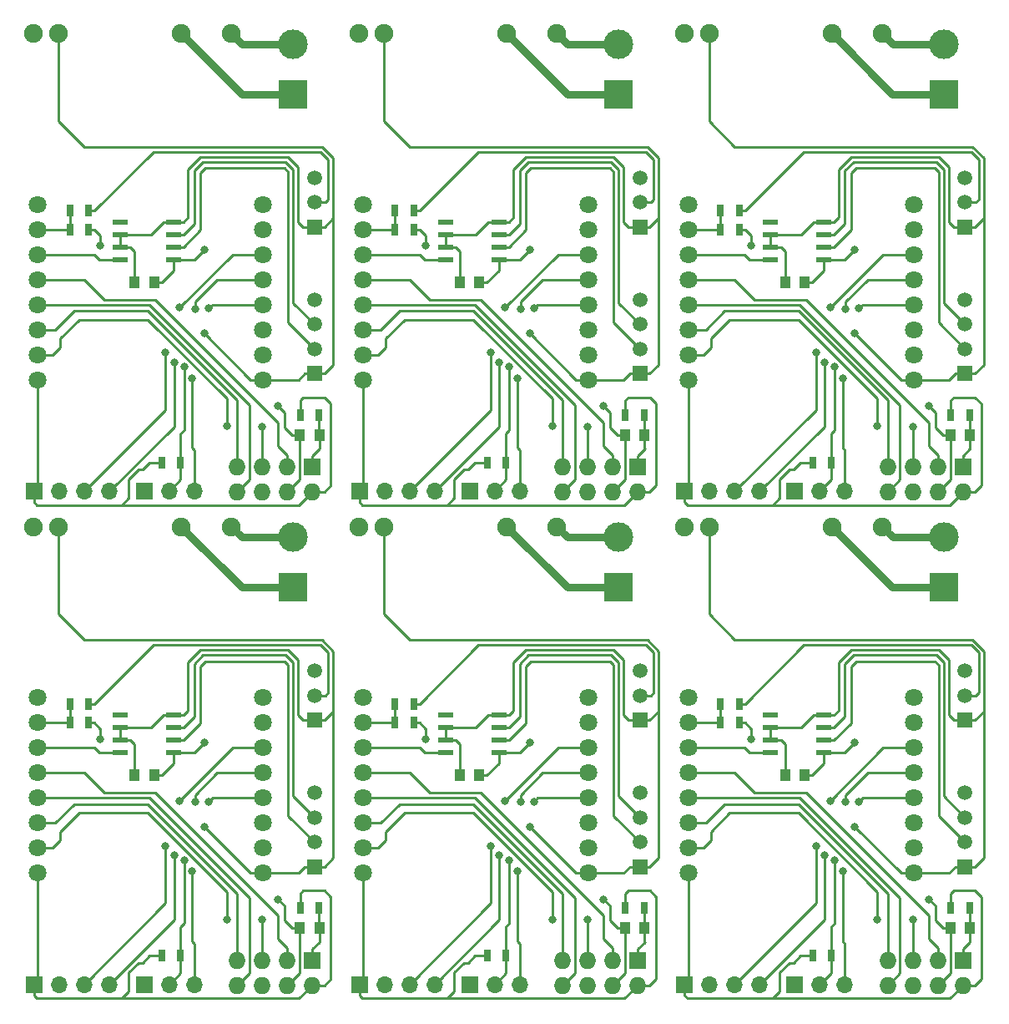
<source format=gtl>
G04 #@! TF.GenerationSoftware,KiCad,Pcbnew,5.0.2-bee76a0~70~ubuntu16.04.1*
G04 #@! TF.CreationDate,2019-12-01T11:56:29+01:00*
G04 #@! TF.ProjectId,RF_24G_Gateway,52465f32-3447-45f4-9761-74657761792e,rev?*
G04 #@! TF.SameCoordinates,Original*
G04 #@! TF.FileFunction,Copper,L1,Top*
G04 #@! TF.FilePolarity,Positive*
%FSLAX46Y46*%
G04 Gerber Fmt 4.6, Leading zero omitted, Abs format (unit mm)*
G04 Created by KiCad (PCBNEW 5.0.2-bee76a0~70~ubuntu16.04.1) date Sun 01 Dec 2019 11:56:29 AM CET*
%MOMM*%
%LPD*%
G01*
G04 APERTURE LIST*
G04 #@! TA.AperFunction,ComponentPad*
%ADD10C,1.900000*%
G04 #@! TD*
G04 #@! TA.AperFunction,SMDPad,CuDef*
%ADD11R,1.000000X1.250000*%
G04 #@! TD*
G04 #@! TA.AperFunction,ComponentPad*
%ADD12C,1.800000*%
G04 #@! TD*
G04 #@! TA.AperFunction,SMDPad,CuDef*
%ADD13R,0.700000X1.300000*%
G04 #@! TD*
G04 #@! TA.AperFunction,ComponentPad*
%ADD14C,1.500000*%
G04 #@! TD*
G04 #@! TA.AperFunction,ComponentPad*
%ADD15R,1.500000X1.500000*%
G04 #@! TD*
G04 #@! TA.AperFunction,ComponentPad*
%ADD16O,1.700000X1.700000*%
G04 #@! TD*
G04 #@! TA.AperFunction,ComponentPad*
%ADD17R,1.700000X1.700000*%
G04 #@! TD*
G04 #@! TA.AperFunction,ComponentPad*
%ADD18O,1.727200X1.727200*%
G04 #@! TD*
G04 #@! TA.AperFunction,ComponentPad*
%ADD19R,1.727200X1.727200*%
G04 #@! TD*
G04 #@! TA.AperFunction,ComponentPad*
%ADD20R,2.999740X2.999740*%
G04 #@! TD*
G04 #@! TA.AperFunction,ComponentPad*
%ADD21C,2.999740*%
G04 #@! TD*
G04 #@! TA.AperFunction,SMDPad,CuDef*
%ADD22R,1.550000X0.600000*%
G04 #@! TD*
G04 #@! TA.AperFunction,ViaPad*
%ADD23C,0.800000*%
G04 #@! TD*
G04 #@! TA.AperFunction,Conductor*
%ADD24C,0.250000*%
G04 #@! TD*
G04 #@! TA.AperFunction,Conductor*
%ADD25C,0.750000*%
G04 #@! TD*
G04 APERTURE END LIST*
D10*
G04 #@! TO.P,PS1,1*
G04 #@! TO.N,/N*
X116900000Y-51500000D03*
G04 #@! TO.P,PS1,9*
G04 #@! TO.N,GND*
X101910000Y-51500000D03*
G04 #@! TO.P,PS1,5*
G04 #@! TO.N,/L*
X122000000Y-51500000D03*
G04 #@! TO.P,PS1,7*
G04 #@! TO.N,+5V*
X104450000Y-51500000D03*
G04 #@! TD*
D11*
G04 #@! TO.P,C2,2*
G04 #@! TO.N,GND*
X147157000Y-76708000D03*
G04 #@! TO.P,C2,1*
G04 #@! TO.N,+5V*
X145157000Y-76708000D03*
G04 #@! TD*
D12*
G04 #@! TO.P,U2,8*
G04 #@! TO.N,Net-(U2-Pad8)*
X158222000Y-68834000D03*
G04 #@! TO.P,U2,9*
G04 #@! TO.N,Net-(U2-Pad9)*
X135362000Y-68834000D03*
G04 #@! TO.P,U2,7*
G04 #@! TO.N,Net-(U2-Pad7)*
X158222000Y-71374000D03*
G04 #@! TO.P,U2,10*
G04 #@! TO.N,/AIRQ*
X135362000Y-71374000D03*
G04 #@! TO.P,U2,6*
G04 #@! TO.N,/SCL*
X158222000Y-73914000D03*
G04 #@! TO.P,U2,11*
G04 #@! TO.N,/LED*
X135362000Y-73914000D03*
G04 #@! TO.P,U2,5*
G04 #@! TO.N,/SDA*
X158222000Y-76454000D03*
G04 #@! TO.P,U2,12*
G04 #@! TO.N,/SCK*
X135362000Y-76454000D03*
G04 #@! TO.P,U2,4*
G04 #@! TO.N,/Temp*
X158222000Y-78994000D03*
G04 #@! TO.P,U2,13*
G04 #@! TO.N,/MISO*
X135362000Y-78994000D03*
G04 #@! TO.P,U2,3*
G04 #@! TO.N,Net-(U2-Pad3)*
X158222000Y-81534000D03*
G04 #@! TO.P,U2,14*
G04 #@! TO.N,/MOSI*
X135362000Y-81534000D03*
G04 #@! TO.P,U2,2*
G04 #@! TO.N,GND*
X158222000Y-84074000D03*
G04 #@! TO.P,U2,15*
G04 #@! TO.N,/SS*
X135362000Y-84074000D03*
G04 #@! TO.P,U2,1*
G04 #@! TO.N,+5V*
X158222000Y-86614000D03*
G04 #@! TO.P,U2,16*
G04 #@! TO.N,+3V3*
X135362000Y-86614000D03*
G04 #@! TD*
D13*
G04 #@! TO.P,R3,1*
G04 #@! TO.N,/AIRQ*
X171603000Y-71374000D03*
G04 #@! TO.P,R3,2*
G04 #@! TO.N,GND*
X173503000Y-71374000D03*
G04 #@! TD*
G04 #@! TO.P,R1,2*
G04 #@! TO.N,Net-(C1-Pad1)*
X163871000Y-90170000D03*
G04 #@! TO.P,R1,1*
G04 #@! TO.N,+3V3*
X161971000Y-90170000D03*
G04 #@! TD*
G04 #@! TO.P,R4,1*
G04 #@! TO.N,+3V3*
X147950000Y-95000000D03*
G04 #@! TO.P,R4,2*
G04 #@! TO.N,/Temp*
X149850000Y-95000000D03*
G04 #@! TD*
G04 #@! TO.P,R3,2*
G04 #@! TO.N,GND*
X140503000Y-71374000D03*
G04 #@! TO.P,R3,1*
G04 #@! TO.N,/AIRQ*
X138603000Y-71374000D03*
G04 #@! TD*
D14*
G04 #@! TO.P,J3,3*
G04 #@! TO.N,GND*
X130429000Y-66120000D03*
G04 #@! TO.P,J3,2*
G04 #@! TO.N,Net-(J3-Pad2)*
X130429000Y-68620000D03*
D15*
G04 #@! TO.P,J3,1*
G04 #@! TO.N,+5V*
X130429000Y-71120000D03*
G04 #@! TD*
D16*
G04 #@! TO.P,J1,4*
G04 #@! TO.N,/SDA*
X142601000Y-97917000D03*
G04 #@! TO.P,J1,3*
G04 #@! TO.N,/SCL*
X140061000Y-97917000D03*
G04 #@! TO.P,J1,2*
G04 #@! TO.N,GND*
X137521000Y-97917000D03*
D17*
G04 #@! TO.P,J1,1*
G04 #@! TO.N,+3V3*
X134981000Y-97917000D03*
G04 #@! TD*
D11*
G04 #@! TO.P,C1,1*
G04 #@! TO.N,Net-(C1-Pad1)*
X196921000Y-92202000D03*
G04 #@! TO.P,C1,2*
G04 #@! TO.N,GND*
X194921000Y-92202000D03*
G04 #@! TD*
D18*
G04 #@! TO.P,U1,5*
G04 #@! TO.N,/MISO*
X122586000Y-97976000D03*
G04 #@! TO.P,U1,4*
G04 #@! TO.N,/MOSI*
X122586000Y-95436000D03*
G04 #@! TO.P,U1,6*
G04 #@! TO.N,Net-(U1-Pad6)*
X125126000Y-97976000D03*
G04 #@! TO.P,U1,3*
G04 #@! TO.N,/SS*
X125126000Y-95436000D03*
G04 #@! TO.P,U1,7*
G04 #@! TO.N,GND*
X127666000Y-97976000D03*
G04 #@! TO.P,U1,2*
G04 #@! TO.N,/SCK*
X127666000Y-95436000D03*
G04 #@! TO.P,U1,8*
G04 #@! TO.N,+3V3*
X130206000Y-97976000D03*
D19*
G04 #@! TO.P,U1,1*
G04 #@! TO.N,Net-(C1-Pad1)*
X130206000Y-95436000D03*
G04 #@! TD*
D13*
G04 #@! TO.P,R4,2*
G04 #@! TO.N,/Temp*
X182850000Y-95000000D03*
G04 #@! TO.P,R4,1*
G04 #@! TO.N,+3V3*
X180950000Y-95000000D03*
G04 #@! TD*
G04 #@! TO.P,R3,1*
G04 #@! TO.N,/AIRQ*
X105603000Y-71374000D03*
G04 #@! TO.P,R3,2*
G04 #@! TO.N,GND*
X107503000Y-71374000D03*
G04 #@! TD*
D14*
G04 #@! TO.P,J3,3*
G04 #@! TO.N,GND*
X196429000Y-66120000D03*
G04 #@! TO.P,J3,2*
G04 #@! TO.N,Net-(J3-Pad2)*
X196429000Y-68620000D03*
D15*
G04 #@! TO.P,J3,1*
G04 #@! TO.N,+5V*
X196429000Y-71120000D03*
G04 #@! TD*
D20*
G04 #@! TO.P,J4,1*
G04 #@! TO.N,/N*
X128270000Y-57658000D03*
D21*
G04 #@! TO.P,J4,2*
G04 #@! TO.N,/L*
X128270000Y-52578000D03*
G04 #@! TD*
D11*
G04 #@! TO.P,C1,1*
G04 #@! TO.N,Net-(C1-Pad1)*
X130921000Y-92202000D03*
G04 #@! TO.P,C1,2*
G04 #@! TO.N,GND*
X128921000Y-92202000D03*
G04 #@! TD*
D13*
G04 #@! TO.P,R4,2*
G04 #@! TO.N,/Temp*
X116850000Y-95000000D03*
G04 #@! TO.P,R4,1*
G04 #@! TO.N,+3V3*
X114950000Y-95000000D03*
G04 #@! TD*
D12*
G04 #@! TO.P,U2,16*
G04 #@! TO.N,+3V3*
X168362000Y-86614000D03*
G04 #@! TO.P,U2,1*
G04 #@! TO.N,+5V*
X191222000Y-86614000D03*
G04 #@! TO.P,U2,15*
G04 #@! TO.N,/SS*
X168362000Y-84074000D03*
G04 #@! TO.P,U2,2*
G04 #@! TO.N,GND*
X191222000Y-84074000D03*
G04 #@! TO.P,U2,14*
G04 #@! TO.N,/MOSI*
X168362000Y-81534000D03*
G04 #@! TO.P,U2,3*
G04 #@! TO.N,Net-(U2-Pad3)*
X191222000Y-81534000D03*
G04 #@! TO.P,U2,13*
G04 #@! TO.N,/MISO*
X168362000Y-78994000D03*
G04 #@! TO.P,U2,4*
G04 #@! TO.N,/Temp*
X191222000Y-78994000D03*
G04 #@! TO.P,U2,12*
G04 #@! TO.N,/SCK*
X168362000Y-76454000D03*
G04 #@! TO.P,U2,5*
G04 #@! TO.N,/SDA*
X191222000Y-76454000D03*
G04 #@! TO.P,U2,11*
G04 #@! TO.N,/LED*
X168362000Y-73914000D03*
G04 #@! TO.P,U2,6*
G04 #@! TO.N,/SCL*
X191222000Y-73914000D03*
G04 #@! TO.P,U2,10*
G04 #@! TO.N,/AIRQ*
X168362000Y-71374000D03*
G04 #@! TO.P,U2,7*
G04 #@! TO.N,Net-(U2-Pad7)*
X191222000Y-71374000D03*
G04 #@! TO.P,U2,9*
G04 #@! TO.N,Net-(U2-Pad9)*
X168362000Y-68834000D03*
G04 #@! TO.P,U2,8*
G04 #@! TO.N,Net-(U2-Pad8)*
X191222000Y-68834000D03*
G04 #@! TD*
D16*
G04 #@! TO.P,J5,3*
G04 #@! TO.N,+5V*
X118240000Y-97900000D03*
G04 #@! TO.P,J5,2*
G04 #@! TO.N,/Temp*
X115700000Y-97900000D03*
D17*
G04 #@! TO.P,J5,1*
G04 #@! TO.N,GND*
X113160000Y-97900000D03*
G04 #@! TD*
D14*
G04 #@! TO.P,J2,4*
G04 #@! TO.N,GND*
X130429000Y-78479000D03*
G04 #@! TO.P,J2,3*
G04 #@! TO.N,/B*
X130429000Y-80979000D03*
G04 #@! TO.P,J2,2*
G04 #@! TO.N,/A*
X130429000Y-83479000D03*
D15*
G04 #@! TO.P,J2,1*
G04 #@! TO.N,+5V*
X130429000Y-85979000D03*
G04 #@! TD*
D12*
G04 #@! TO.P,U2,16*
G04 #@! TO.N,+3V3*
X102362000Y-86614000D03*
G04 #@! TO.P,U2,1*
G04 #@! TO.N,+5V*
X125222000Y-86614000D03*
G04 #@! TO.P,U2,15*
G04 #@! TO.N,/SS*
X102362000Y-84074000D03*
G04 #@! TO.P,U2,2*
G04 #@! TO.N,GND*
X125222000Y-84074000D03*
G04 #@! TO.P,U2,14*
G04 #@! TO.N,/MOSI*
X102362000Y-81534000D03*
G04 #@! TO.P,U2,3*
G04 #@! TO.N,Net-(U2-Pad3)*
X125222000Y-81534000D03*
G04 #@! TO.P,U2,13*
G04 #@! TO.N,/MISO*
X102362000Y-78994000D03*
G04 #@! TO.P,U2,4*
G04 #@! TO.N,/Temp*
X125222000Y-78994000D03*
G04 #@! TO.P,U2,12*
G04 #@! TO.N,/SCK*
X102362000Y-76454000D03*
G04 #@! TO.P,U2,5*
G04 #@! TO.N,/SDA*
X125222000Y-76454000D03*
G04 #@! TO.P,U2,11*
G04 #@! TO.N,/LED*
X102362000Y-73914000D03*
G04 #@! TO.P,U2,6*
G04 #@! TO.N,/SCL*
X125222000Y-73914000D03*
G04 #@! TO.P,U2,10*
G04 #@! TO.N,/AIRQ*
X102362000Y-71374000D03*
G04 #@! TO.P,U2,7*
G04 #@! TO.N,Net-(U2-Pad7)*
X125222000Y-71374000D03*
G04 #@! TO.P,U2,9*
G04 #@! TO.N,Net-(U2-Pad9)*
X102362000Y-68834000D03*
G04 #@! TO.P,U2,8*
G04 #@! TO.N,Net-(U2-Pad8)*
X125222000Y-68834000D03*
G04 #@! TD*
D21*
G04 #@! TO.P,J4,2*
G04 #@! TO.N,/L*
X161270000Y-52578000D03*
D20*
G04 #@! TO.P,J4,1*
G04 #@! TO.N,/N*
X161270000Y-57658000D03*
G04 #@! TD*
D13*
G04 #@! TO.P,R1,1*
G04 #@! TO.N,+3V3*
X128971000Y-90170000D03*
G04 #@! TO.P,R1,2*
G04 #@! TO.N,Net-(C1-Pad1)*
X130871000Y-90170000D03*
G04 #@! TD*
D11*
G04 #@! TO.P,C2,1*
G04 #@! TO.N,+5V*
X112157000Y-76708000D03*
G04 #@! TO.P,C2,2*
G04 #@! TO.N,GND*
X114157000Y-76708000D03*
G04 #@! TD*
G04 #@! TO.P,C1,2*
G04 #@! TO.N,GND*
X161921000Y-92202000D03*
G04 #@! TO.P,C1,1*
G04 #@! TO.N,Net-(C1-Pad1)*
X163921000Y-92202000D03*
G04 #@! TD*
D20*
G04 #@! TO.P,J4,1*
G04 #@! TO.N,/N*
X194270000Y-57658000D03*
D21*
G04 #@! TO.P,J4,2*
G04 #@! TO.N,/L*
X194270000Y-52578000D03*
G04 #@! TD*
D10*
G04 #@! TO.P,PS1,7*
G04 #@! TO.N,+5V*
X137450000Y-51500000D03*
G04 #@! TO.P,PS1,5*
G04 #@! TO.N,/L*
X155000000Y-51500000D03*
G04 #@! TO.P,PS1,9*
G04 #@! TO.N,GND*
X134910000Y-51500000D03*
G04 #@! TO.P,PS1,1*
G04 #@! TO.N,/N*
X149900000Y-51500000D03*
G04 #@! TD*
G04 #@! TO.P,PS1,1*
G04 #@! TO.N,/N*
X182900000Y-51500000D03*
G04 #@! TO.P,PS1,9*
G04 #@! TO.N,GND*
X167910000Y-51500000D03*
G04 #@! TO.P,PS1,5*
G04 #@! TO.N,/L*
X188000000Y-51500000D03*
G04 #@! TO.P,PS1,7*
G04 #@! TO.N,+5V*
X170450000Y-51500000D03*
G04 #@! TD*
D17*
G04 #@! TO.P,J1,1*
G04 #@! TO.N,+3V3*
X101981000Y-97917000D03*
D16*
G04 #@! TO.P,J1,2*
G04 #@! TO.N,GND*
X104521000Y-97917000D03*
G04 #@! TO.P,J1,3*
G04 #@! TO.N,/SCL*
X107061000Y-97917000D03*
G04 #@! TO.P,J1,4*
G04 #@! TO.N,/SDA*
X109601000Y-97917000D03*
G04 #@! TD*
D13*
G04 #@! TO.P,R1,1*
G04 #@! TO.N,+3V3*
X194971000Y-90170000D03*
G04 #@! TO.P,R1,2*
G04 #@! TO.N,Net-(C1-Pad1)*
X196871000Y-90170000D03*
G04 #@! TD*
G04 #@! TO.P,R2,2*
G04 #@! TO.N,/AIRQ*
X105603000Y-69469000D03*
G04 #@! TO.P,R2,1*
G04 #@! TO.N,Net-(J3-Pad2)*
X107503000Y-69469000D03*
G04 #@! TD*
G04 #@! TO.P,R2,2*
G04 #@! TO.N,/AIRQ*
X171603000Y-69469000D03*
G04 #@! TO.P,R2,1*
G04 #@! TO.N,Net-(J3-Pad2)*
X173503000Y-69469000D03*
G04 #@! TD*
D11*
G04 #@! TO.P,C2,1*
G04 #@! TO.N,+5V*
X178157000Y-76708000D03*
G04 #@! TO.P,C2,2*
G04 #@! TO.N,GND*
X180157000Y-76708000D03*
G04 #@! TD*
D22*
G04 #@! TO.P,U3,8*
G04 #@! TO.N,+5V*
X149111000Y-70612000D03*
G04 #@! TO.P,U3,7*
G04 #@! TO.N,/B*
X149111000Y-71882000D03*
G04 #@! TO.P,U3,6*
G04 #@! TO.N,/A*
X149111000Y-73152000D03*
G04 #@! TO.P,U3,5*
G04 #@! TO.N,GND*
X149111000Y-74422000D03*
G04 #@! TO.P,U3,4*
G04 #@! TO.N,/LED*
X143711000Y-74422000D03*
G04 #@! TO.P,U3,3*
G04 #@! TO.N,+5V*
X143711000Y-73152000D03*
G04 #@! TO.P,U3,2*
X143711000Y-71882000D03*
G04 #@! TO.P,U3,1*
G04 #@! TO.N,Net-(U3-Pad1)*
X143711000Y-70612000D03*
G04 #@! TD*
G04 #@! TO.P,U3,1*
G04 #@! TO.N,Net-(U3-Pad1)*
X110711000Y-70612000D03*
G04 #@! TO.P,U3,2*
G04 #@! TO.N,+5V*
X110711000Y-71882000D03*
G04 #@! TO.P,U3,3*
X110711000Y-73152000D03*
G04 #@! TO.P,U3,4*
G04 #@! TO.N,/LED*
X110711000Y-74422000D03*
G04 #@! TO.P,U3,5*
G04 #@! TO.N,GND*
X116111000Y-74422000D03*
G04 #@! TO.P,U3,6*
G04 #@! TO.N,/A*
X116111000Y-73152000D03*
G04 #@! TO.P,U3,7*
G04 #@! TO.N,/B*
X116111000Y-71882000D03*
G04 #@! TO.P,U3,8*
G04 #@! TO.N,+5V*
X116111000Y-70612000D03*
G04 #@! TD*
D19*
G04 #@! TO.P,U1,1*
G04 #@! TO.N,Net-(C1-Pad1)*
X163206000Y-95436000D03*
D18*
G04 #@! TO.P,U1,8*
G04 #@! TO.N,+3V3*
X163206000Y-97976000D03*
G04 #@! TO.P,U1,2*
G04 #@! TO.N,/SCK*
X160666000Y-95436000D03*
G04 #@! TO.P,U1,7*
G04 #@! TO.N,GND*
X160666000Y-97976000D03*
G04 #@! TO.P,U1,3*
G04 #@! TO.N,/SS*
X158126000Y-95436000D03*
G04 #@! TO.P,U1,6*
G04 #@! TO.N,Net-(U1-Pad6)*
X158126000Y-97976000D03*
G04 #@! TO.P,U1,4*
G04 #@! TO.N,/MOSI*
X155586000Y-95436000D03*
G04 #@! TO.P,U1,5*
G04 #@! TO.N,/MISO*
X155586000Y-97976000D03*
G04 #@! TD*
D16*
G04 #@! TO.P,J5,3*
G04 #@! TO.N,+5V*
X184240000Y-97900000D03*
G04 #@! TO.P,J5,2*
G04 #@! TO.N,/Temp*
X181700000Y-97900000D03*
D17*
G04 #@! TO.P,J5,1*
G04 #@! TO.N,GND*
X179160000Y-97900000D03*
G04 #@! TD*
D14*
G04 #@! TO.P,J2,4*
G04 #@! TO.N,GND*
X196429000Y-78479000D03*
G04 #@! TO.P,J2,3*
G04 #@! TO.N,/B*
X196429000Y-80979000D03*
G04 #@! TO.P,J2,2*
G04 #@! TO.N,/A*
X196429000Y-83479000D03*
D15*
G04 #@! TO.P,J2,1*
G04 #@! TO.N,+5V*
X196429000Y-85979000D03*
G04 #@! TD*
D13*
G04 #@! TO.P,R2,1*
G04 #@! TO.N,Net-(J3-Pad2)*
X140503000Y-69469000D03*
G04 #@! TO.P,R2,2*
G04 #@! TO.N,/AIRQ*
X138603000Y-69469000D03*
G04 #@! TD*
D17*
G04 #@! TO.P,J5,1*
G04 #@! TO.N,GND*
X146160000Y-97900000D03*
D16*
G04 #@! TO.P,J5,2*
G04 #@! TO.N,/Temp*
X148700000Y-97900000D03*
G04 #@! TO.P,J5,3*
G04 #@! TO.N,+5V*
X151240000Y-97900000D03*
G04 #@! TD*
D18*
G04 #@! TO.P,U1,5*
G04 #@! TO.N,/MISO*
X188586000Y-97976000D03*
G04 #@! TO.P,U1,4*
G04 #@! TO.N,/MOSI*
X188586000Y-95436000D03*
G04 #@! TO.P,U1,6*
G04 #@! TO.N,Net-(U1-Pad6)*
X191126000Y-97976000D03*
G04 #@! TO.P,U1,3*
G04 #@! TO.N,/SS*
X191126000Y-95436000D03*
G04 #@! TO.P,U1,7*
G04 #@! TO.N,GND*
X193666000Y-97976000D03*
G04 #@! TO.P,U1,2*
G04 #@! TO.N,/SCK*
X193666000Y-95436000D03*
G04 #@! TO.P,U1,8*
G04 #@! TO.N,+3V3*
X196206000Y-97976000D03*
D19*
G04 #@! TO.P,U1,1*
G04 #@! TO.N,Net-(C1-Pad1)*
X196206000Y-95436000D03*
G04 #@! TD*
D15*
G04 #@! TO.P,J3,1*
G04 #@! TO.N,+5V*
X163429000Y-71120000D03*
D14*
G04 #@! TO.P,J3,2*
G04 #@! TO.N,Net-(J3-Pad2)*
X163429000Y-68620000D03*
G04 #@! TO.P,J3,3*
G04 #@! TO.N,GND*
X163429000Y-66120000D03*
G04 #@! TD*
D17*
G04 #@! TO.P,J1,1*
G04 #@! TO.N,+3V3*
X167981000Y-97917000D03*
D16*
G04 #@! TO.P,J1,2*
G04 #@! TO.N,GND*
X170521000Y-97917000D03*
G04 #@! TO.P,J1,3*
G04 #@! TO.N,/SCL*
X173061000Y-97917000D03*
G04 #@! TO.P,J1,4*
G04 #@! TO.N,/SDA*
X175601000Y-97917000D03*
G04 #@! TD*
D22*
G04 #@! TO.P,U3,1*
G04 #@! TO.N,Net-(U3-Pad1)*
X176711000Y-70612000D03*
G04 #@! TO.P,U3,2*
G04 #@! TO.N,+5V*
X176711000Y-71882000D03*
G04 #@! TO.P,U3,3*
X176711000Y-73152000D03*
G04 #@! TO.P,U3,4*
G04 #@! TO.N,/LED*
X176711000Y-74422000D03*
G04 #@! TO.P,U3,5*
G04 #@! TO.N,GND*
X182111000Y-74422000D03*
G04 #@! TO.P,U3,6*
G04 #@! TO.N,/A*
X182111000Y-73152000D03*
G04 #@! TO.P,U3,7*
G04 #@! TO.N,/B*
X182111000Y-71882000D03*
G04 #@! TO.P,U3,8*
G04 #@! TO.N,+5V*
X182111000Y-70612000D03*
G04 #@! TD*
D15*
G04 #@! TO.P,J2,1*
G04 #@! TO.N,+5V*
X163429000Y-85979000D03*
D14*
G04 #@! TO.P,J2,2*
G04 #@! TO.N,/A*
X163429000Y-83479000D03*
G04 #@! TO.P,J2,3*
G04 #@! TO.N,/B*
X163429000Y-80979000D03*
G04 #@! TO.P,J2,4*
G04 #@! TO.N,GND*
X163429000Y-78479000D03*
G04 #@! TD*
D11*
G04 #@! TO.P,C2,2*
G04 #@! TO.N,GND*
X180157000Y-126708000D03*
G04 #@! TO.P,C2,1*
G04 #@! TO.N,+5V*
X178157000Y-126708000D03*
G04 #@! TD*
D12*
G04 #@! TO.P,U2,8*
G04 #@! TO.N,Net-(U2-Pad8)*
X191222000Y-118834000D03*
G04 #@! TO.P,U2,9*
G04 #@! TO.N,Net-(U2-Pad9)*
X168362000Y-118834000D03*
G04 #@! TO.P,U2,7*
G04 #@! TO.N,Net-(U2-Pad7)*
X191222000Y-121374000D03*
G04 #@! TO.P,U2,10*
G04 #@! TO.N,/AIRQ*
X168362000Y-121374000D03*
G04 #@! TO.P,U2,6*
G04 #@! TO.N,/SCL*
X191222000Y-123914000D03*
G04 #@! TO.P,U2,11*
G04 #@! TO.N,/LED*
X168362000Y-123914000D03*
G04 #@! TO.P,U2,5*
G04 #@! TO.N,/SDA*
X191222000Y-126454000D03*
G04 #@! TO.P,U2,12*
G04 #@! TO.N,/SCK*
X168362000Y-126454000D03*
G04 #@! TO.P,U2,4*
G04 #@! TO.N,/Temp*
X191222000Y-128994000D03*
G04 #@! TO.P,U2,13*
G04 #@! TO.N,/MISO*
X168362000Y-128994000D03*
G04 #@! TO.P,U2,3*
G04 #@! TO.N,Net-(U2-Pad3)*
X191222000Y-131534000D03*
G04 #@! TO.P,U2,14*
G04 #@! TO.N,/MOSI*
X168362000Y-131534000D03*
G04 #@! TO.P,U2,2*
G04 #@! TO.N,GND*
X191222000Y-134074000D03*
G04 #@! TO.P,U2,15*
G04 #@! TO.N,/SS*
X168362000Y-134074000D03*
G04 #@! TO.P,U2,1*
G04 #@! TO.N,+5V*
X191222000Y-136614000D03*
G04 #@! TO.P,U2,16*
G04 #@! TO.N,+3V3*
X168362000Y-136614000D03*
G04 #@! TD*
D13*
G04 #@! TO.P,R1,2*
G04 #@! TO.N,Net-(C1-Pad1)*
X196871000Y-140170000D03*
G04 #@! TO.P,R1,1*
G04 #@! TO.N,+3V3*
X194971000Y-140170000D03*
G04 #@! TD*
G04 #@! TO.P,R4,1*
G04 #@! TO.N,+3V3*
X180950000Y-145000000D03*
G04 #@! TO.P,R4,2*
G04 #@! TO.N,/Temp*
X182850000Y-145000000D03*
G04 #@! TD*
G04 #@! TO.P,R3,2*
G04 #@! TO.N,GND*
X173503000Y-121374000D03*
G04 #@! TO.P,R3,1*
G04 #@! TO.N,/AIRQ*
X171603000Y-121374000D03*
G04 #@! TD*
D16*
G04 #@! TO.P,J1,4*
G04 #@! TO.N,/SDA*
X175601000Y-147917000D03*
G04 #@! TO.P,J1,3*
G04 #@! TO.N,/SCL*
X173061000Y-147917000D03*
G04 #@! TO.P,J1,2*
G04 #@! TO.N,GND*
X170521000Y-147917000D03*
D17*
G04 #@! TO.P,J1,1*
G04 #@! TO.N,+3V3*
X167981000Y-147917000D03*
G04 #@! TD*
D21*
G04 #@! TO.P,J4,2*
G04 #@! TO.N,/L*
X194270000Y-102578000D03*
D20*
G04 #@! TO.P,J4,1*
G04 #@! TO.N,/N*
X194270000Y-107658000D03*
G04 #@! TD*
D11*
G04 #@! TO.P,C1,2*
G04 #@! TO.N,GND*
X194921000Y-142202000D03*
G04 #@! TO.P,C1,1*
G04 #@! TO.N,Net-(C1-Pad1)*
X196921000Y-142202000D03*
G04 #@! TD*
D10*
G04 #@! TO.P,PS1,7*
G04 #@! TO.N,+5V*
X170450000Y-101500000D03*
G04 #@! TO.P,PS1,5*
G04 #@! TO.N,/L*
X188000000Y-101500000D03*
G04 #@! TO.P,PS1,9*
G04 #@! TO.N,GND*
X167910000Y-101500000D03*
G04 #@! TO.P,PS1,1*
G04 #@! TO.N,/N*
X182900000Y-101500000D03*
G04 #@! TD*
D22*
G04 #@! TO.P,U3,8*
G04 #@! TO.N,+5V*
X182111000Y-120612000D03*
G04 #@! TO.P,U3,7*
G04 #@! TO.N,/B*
X182111000Y-121882000D03*
G04 #@! TO.P,U3,6*
G04 #@! TO.N,/A*
X182111000Y-123152000D03*
G04 #@! TO.P,U3,5*
G04 #@! TO.N,GND*
X182111000Y-124422000D03*
G04 #@! TO.P,U3,4*
G04 #@! TO.N,/LED*
X176711000Y-124422000D03*
G04 #@! TO.P,U3,3*
G04 #@! TO.N,+5V*
X176711000Y-123152000D03*
G04 #@! TO.P,U3,2*
X176711000Y-121882000D03*
G04 #@! TO.P,U3,1*
G04 #@! TO.N,Net-(U3-Pad1)*
X176711000Y-120612000D03*
G04 #@! TD*
D19*
G04 #@! TO.P,U1,1*
G04 #@! TO.N,Net-(C1-Pad1)*
X196206000Y-145436000D03*
D18*
G04 #@! TO.P,U1,8*
G04 #@! TO.N,+3V3*
X196206000Y-147976000D03*
G04 #@! TO.P,U1,2*
G04 #@! TO.N,/SCK*
X193666000Y-145436000D03*
G04 #@! TO.P,U1,7*
G04 #@! TO.N,GND*
X193666000Y-147976000D03*
G04 #@! TO.P,U1,3*
G04 #@! TO.N,/SS*
X191126000Y-145436000D03*
G04 #@! TO.P,U1,6*
G04 #@! TO.N,Net-(U1-Pad6)*
X191126000Y-147976000D03*
G04 #@! TO.P,U1,4*
G04 #@! TO.N,/MOSI*
X188586000Y-145436000D03*
G04 #@! TO.P,U1,5*
G04 #@! TO.N,/MISO*
X188586000Y-147976000D03*
G04 #@! TD*
D13*
G04 #@! TO.P,R2,1*
G04 #@! TO.N,Net-(J3-Pad2)*
X173503000Y-119469000D03*
G04 #@! TO.P,R2,2*
G04 #@! TO.N,/AIRQ*
X171603000Y-119469000D03*
G04 #@! TD*
D17*
G04 #@! TO.P,J5,1*
G04 #@! TO.N,GND*
X179160000Y-147900000D03*
D16*
G04 #@! TO.P,J5,2*
G04 #@! TO.N,/Temp*
X181700000Y-147900000D03*
G04 #@! TO.P,J5,3*
G04 #@! TO.N,+5V*
X184240000Y-147900000D03*
G04 #@! TD*
D15*
G04 #@! TO.P,J3,1*
G04 #@! TO.N,+5V*
X196429000Y-121120000D03*
D14*
G04 #@! TO.P,J3,2*
G04 #@! TO.N,Net-(J3-Pad2)*
X196429000Y-118620000D03*
G04 #@! TO.P,J3,3*
G04 #@! TO.N,GND*
X196429000Y-116120000D03*
G04 #@! TD*
D15*
G04 #@! TO.P,J2,1*
G04 #@! TO.N,+5V*
X196429000Y-135979000D03*
D14*
G04 #@! TO.P,J2,2*
G04 #@! TO.N,/A*
X196429000Y-133479000D03*
G04 #@! TO.P,J2,3*
G04 #@! TO.N,/B*
X196429000Y-130979000D03*
G04 #@! TO.P,J2,4*
G04 #@! TO.N,GND*
X196429000Y-128479000D03*
G04 #@! TD*
D10*
G04 #@! TO.P,PS1,1*
G04 #@! TO.N,/N*
X149900000Y-101500000D03*
G04 #@! TO.P,PS1,9*
G04 #@! TO.N,GND*
X134910000Y-101500000D03*
G04 #@! TO.P,PS1,5*
G04 #@! TO.N,/L*
X155000000Y-101500000D03*
G04 #@! TO.P,PS1,7*
G04 #@! TO.N,+5V*
X137450000Y-101500000D03*
G04 #@! TD*
D14*
G04 #@! TO.P,J3,3*
G04 #@! TO.N,GND*
X163429000Y-116120000D03*
G04 #@! TO.P,J3,2*
G04 #@! TO.N,Net-(J3-Pad2)*
X163429000Y-118620000D03*
D15*
G04 #@! TO.P,J3,1*
G04 #@! TO.N,+5V*
X163429000Y-121120000D03*
G04 #@! TD*
D18*
G04 #@! TO.P,U1,5*
G04 #@! TO.N,/MISO*
X155586000Y-147976000D03*
G04 #@! TO.P,U1,4*
G04 #@! TO.N,/MOSI*
X155586000Y-145436000D03*
G04 #@! TO.P,U1,6*
G04 #@! TO.N,Net-(U1-Pad6)*
X158126000Y-147976000D03*
G04 #@! TO.P,U1,3*
G04 #@! TO.N,/SS*
X158126000Y-145436000D03*
G04 #@! TO.P,U1,7*
G04 #@! TO.N,GND*
X160666000Y-147976000D03*
G04 #@! TO.P,U1,2*
G04 #@! TO.N,/SCK*
X160666000Y-145436000D03*
G04 #@! TO.P,U1,8*
G04 #@! TO.N,+3V3*
X163206000Y-147976000D03*
D19*
G04 #@! TO.P,U1,1*
G04 #@! TO.N,Net-(C1-Pad1)*
X163206000Y-145436000D03*
G04 #@! TD*
D13*
G04 #@! TO.P,R3,1*
G04 #@! TO.N,/AIRQ*
X138603000Y-121374000D03*
G04 #@! TO.P,R3,2*
G04 #@! TO.N,GND*
X140503000Y-121374000D03*
G04 #@! TD*
D20*
G04 #@! TO.P,J4,1*
G04 #@! TO.N,/N*
X161270000Y-107658000D03*
D21*
G04 #@! TO.P,J4,2*
G04 #@! TO.N,/L*
X161270000Y-102578000D03*
G04 #@! TD*
D11*
G04 #@! TO.P,C1,1*
G04 #@! TO.N,Net-(C1-Pad1)*
X163921000Y-142202000D03*
G04 #@! TO.P,C1,2*
G04 #@! TO.N,GND*
X161921000Y-142202000D03*
G04 #@! TD*
D13*
G04 #@! TO.P,R4,2*
G04 #@! TO.N,/Temp*
X149850000Y-145000000D03*
G04 #@! TO.P,R4,1*
G04 #@! TO.N,+3V3*
X147950000Y-145000000D03*
G04 #@! TD*
D16*
G04 #@! TO.P,J5,3*
G04 #@! TO.N,+5V*
X151240000Y-147900000D03*
G04 #@! TO.P,J5,2*
G04 #@! TO.N,/Temp*
X148700000Y-147900000D03*
D17*
G04 #@! TO.P,J5,1*
G04 #@! TO.N,GND*
X146160000Y-147900000D03*
G04 #@! TD*
D14*
G04 #@! TO.P,J2,4*
G04 #@! TO.N,GND*
X163429000Y-128479000D03*
G04 #@! TO.P,J2,3*
G04 #@! TO.N,/B*
X163429000Y-130979000D03*
G04 #@! TO.P,J2,2*
G04 #@! TO.N,/A*
X163429000Y-133479000D03*
D15*
G04 #@! TO.P,J2,1*
G04 #@! TO.N,+5V*
X163429000Y-135979000D03*
G04 #@! TD*
D12*
G04 #@! TO.P,U2,16*
G04 #@! TO.N,+3V3*
X135362000Y-136614000D03*
G04 #@! TO.P,U2,1*
G04 #@! TO.N,+5V*
X158222000Y-136614000D03*
G04 #@! TO.P,U2,15*
G04 #@! TO.N,/SS*
X135362000Y-134074000D03*
G04 #@! TO.P,U2,2*
G04 #@! TO.N,GND*
X158222000Y-134074000D03*
G04 #@! TO.P,U2,14*
G04 #@! TO.N,/MOSI*
X135362000Y-131534000D03*
G04 #@! TO.P,U2,3*
G04 #@! TO.N,Net-(U2-Pad3)*
X158222000Y-131534000D03*
G04 #@! TO.P,U2,13*
G04 #@! TO.N,/MISO*
X135362000Y-128994000D03*
G04 #@! TO.P,U2,4*
G04 #@! TO.N,/Temp*
X158222000Y-128994000D03*
G04 #@! TO.P,U2,12*
G04 #@! TO.N,/SCK*
X135362000Y-126454000D03*
G04 #@! TO.P,U2,5*
G04 #@! TO.N,/SDA*
X158222000Y-126454000D03*
G04 #@! TO.P,U2,11*
G04 #@! TO.N,/LED*
X135362000Y-123914000D03*
G04 #@! TO.P,U2,6*
G04 #@! TO.N,/SCL*
X158222000Y-123914000D03*
G04 #@! TO.P,U2,10*
G04 #@! TO.N,/AIRQ*
X135362000Y-121374000D03*
G04 #@! TO.P,U2,7*
G04 #@! TO.N,Net-(U2-Pad7)*
X158222000Y-121374000D03*
G04 #@! TO.P,U2,9*
G04 #@! TO.N,Net-(U2-Pad9)*
X135362000Y-118834000D03*
G04 #@! TO.P,U2,8*
G04 #@! TO.N,Net-(U2-Pad8)*
X158222000Y-118834000D03*
G04 #@! TD*
D13*
G04 #@! TO.P,R1,1*
G04 #@! TO.N,+3V3*
X161971000Y-140170000D03*
G04 #@! TO.P,R1,2*
G04 #@! TO.N,Net-(C1-Pad1)*
X163871000Y-140170000D03*
G04 #@! TD*
D11*
G04 #@! TO.P,C2,1*
G04 #@! TO.N,+5V*
X145157000Y-126708000D03*
G04 #@! TO.P,C2,2*
G04 #@! TO.N,GND*
X147157000Y-126708000D03*
G04 #@! TD*
D17*
G04 #@! TO.P,J1,1*
G04 #@! TO.N,+3V3*
X134981000Y-147917000D03*
D16*
G04 #@! TO.P,J1,2*
G04 #@! TO.N,GND*
X137521000Y-147917000D03*
G04 #@! TO.P,J1,3*
G04 #@! TO.N,/SCL*
X140061000Y-147917000D03*
G04 #@! TO.P,J1,4*
G04 #@! TO.N,/SDA*
X142601000Y-147917000D03*
G04 #@! TD*
D13*
G04 #@! TO.P,R2,2*
G04 #@! TO.N,/AIRQ*
X138603000Y-119469000D03*
G04 #@! TO.P,R2,1*
G04 #@! TO.N,Net-(J3-Pad2)*
X140503000Y-119469000D03*
G04 #@! TD*
D22*
G04 #@! TO.P,U3,1*
G04 #@! TO.N,Net-(U3-Pad1)*
X143711000Y-120612000D03*
G04 #@! TO.P,U3,2*
G04 #@! TO.N,+5V*
X143711000Y-121882000D03*
G04 #@! TO.P,U3,3*
X143711000Y-123152000D03*
G04 #@! TO.P,U3,4*
G04 #@! TO.N,/LED*
X143711000Y-124422000D03*
G04 #@! TO.P,U3,5*
G04 #@! TO.N,GND*
X149111000Y-124422000D03*
G04 #@! TO.P,U3,6*
G04 #@! TO.N,/A*
X149111000Y-123152000D03*
G04 #@! TO.P,U3,7*
G04 #@! TO.N,/B*
X149111000Y-121882000D03*
G04 #@! TO.P,U3,8*
G04 #@! TO.N,+5V*
X149111000Y-120612000D03*
G04 #@! TD*
D19*
G04 #@! TO.P,U1,1*
G04 #@! TO.N,Net-(C1-Pad1)*
X130206000Y-145436000D03*
D18*
G04 #@! TO.P,U1,8*
G04 #@! TO.N,+3V3*
X130206000Y-147976000D03*
G04 #@! TO.P,U1,2*
G04 #@! TO.N,/SCK*
X127666000Y-145436000D03*
G04 #@! TO.P,U1,7*
G04 #@! TO.N,GND*
X127666000Y-147976000D03*
G04 #@! TO.P,U1,3*
G04 #@! TO.N,/SS*
X125126000Y-145436000D03*
G04 #@! TO.P,U1,6*
G04 #@! TO.N,Net-(U1-Pad6)*
X125126000Y-147976000D03*
G04 #@! TO.P,U1,4*
G04 #@! TO.N,/MOSI*
X122586000Y-145436000D03*
G04 #@! TO.P,U1,5*
G04 #@! TO.N,/MISO*
X122586000Y-147976000D03*
G04 #@! TD*
D22*
G04 #@! TO.P,U3,8*
G04 #@! TO.N,+5V*
X116111000Y-120612000D03*
G04 #@! TO.P,U3,7*
G04 #@! TO.N,/B*
X116111000Y-121882000D03*
G04 #@! TO.P,U3,6*
G04 #@! TO.N,/A*
X116111000Y-123152000D03*
G04 #@! TO.P,U3,5*
G04 #@! TO.N,GND*
X116111000Y-124422000D03*
G04 #@! TO.P,U3,4*
G04 #@! TO.N,/LED*
X110711000Y-124422000D03*
G04 #@! TO.P,U3,3*
G04 #@! TO.N,+5V*
X110711000Y-123152000D03*
G04 #@! TO.P,U3,2*
X110711000Y-121882000D03*
G04 #@! TO.P,U3,1*
G04 #@! TO.N,Net-(U3-Pad1)*
X110711000Y-120612000D03*
G04 #@! TD*
D21*
G04 #@! TO.P,J4,2*
G04 #@! TO.N,/L*
X128270000Y-102578000D03*
D20*
G04 #@! TO.P,J4,1*
G04 #@! TO.N,/N*
X128270000Y-107658000D03*
G04 #@! TD*
D11*
G04 #@! TO.P,C1,2*
G04 #@! TO.N,GND*
X128921000Y-142202000D03*
G04 #@! TO.P,C1,1*
G04 #@! TO.N,Net-(C1-Pad1)*
X130921000Y-142202000D03*
G04 #@! TD*
D15*
G04 #@! TO.P,J2,1*
G04 #@! TO.N,+5V*
X130429000Y-135979000D03*
D14*
G04 #@! TO.P,J2,2*
G04 #@! TO.N,/A*
X130429000Y-133479000D03*
G04 #@! TO.P,J2,3*
G04 #@! TO.N,/B*
X130429000Y-130979000D03*
G04 #@! TO.P,J2,4*
G04 #@! TO.N,GND*
X130429000Y-128479000D03*
G04 #@! TD*
D15*
G04 #@! TO.P,J3,1*
G04 #@! TO.N,+5V*
X130429000Y-121120000D03*
D14*
G04 #@! TO.P,J3,2*
G04 #@! TO.N,Net-(J3-Pad2)*
X130429000Y-118620000D03*
G04 #@! TO.P,J3,3*
G04 #@! TO.N,GND*
X130429000Y-116120000D03*
G04 #@! TD*
D13*
G04 #@! TO.P,R1,2*
G04 #@! TO.N,Net-(C1-Pad1)*
X130871000Y-140170000D03*
G04 #@! TO.P,R1,1*
G04 #@! TO.N,+3V3*
X128971000Y-140170000D03*
G04 #@! TD*
D12*
G04 #@! TO.P,U2,8*
G04 #@! TO.N,Net-(U2-Pad8)*
X125222000Y-118834000D03*
G04 #@! TO.P,U2,9*
G04 #@! TO.N,Net-(U2-Pad9)*
X102362000Y-118834000D03*
G04 #@! TO.P,U2,7*
G04 #@! TO.N,Net-(U2-Pad7)*
X125222000Y-121374000D03*
G04 #@! TO.P,U2,10*
G04 #@! TO.N,/AIRQ*
X102362000Y-121374000D03*
G04 #@! TO.P,U2,6*
G04 #@! TO.N,/SCL*
X125222000Y-123914000D03*
G04 #@! TO.P,U2,11*
G04 #@! TO.N,/LED*
X102362000Y-123914000D03*
G04 #@! TO.P,U2,5*
G04 #@! TO.N,/SDA*
X125222000Y-126454000D03*
G04 #@! TO.P,U2,12*
G04 #@! TO.N,/SCK*
X102362000Y-126454000D03*
G04 #@! TO.P,U2,4*
G04 #@! TO.N,/Temp*
X125222000Y-128994000D03*
G04 #@! TO.P,U2,13*
G04 #@! TO.N,/MISO*
X102362000Y-128994000D03*
G04 #@! TO.P,U2,3*
G04 #@! TO.N,Net-(U2-Pad3)*
X125222000Y-131534000D03*
G04 #@! TO.P,U2,14*
G04 #@! TO.N,/MOSI*
X102362000Y-131534000D03*
G04 #@! TO.P,U2,2*
G04 #@! TO.N,GND*
X125222000Y-134074000D03*
G04 #@! TO.P,U2,15*
G04 #@! TO.N,/SS*
X102362000Y-134074000D03*
G04 #@! TO.P,U2,1*
G04 #@! TO.N,+5V*
X125222000Y-136614000D03*
G04 #@! TO.P,U2,16*
G04 #@! TO.N,+3V3*
X102362000Y-136614000D03*
G04 #@! TD*
D11*
G04 #@! TO.P,C2,2*
G04 #@! TO.N,GND*
X114157000Y-126708000D03*
G04 #@! TO.P,C2,1*
G04 #@! TO.N,+5V*
X112157000Y-126708000D03*
G04 #@! TD*
D16*
G04 #@! TO.P,J1,4*
G04 #@! TO.N,/SDA*
X109601000Y-147917000D03*
G04 #@! TO.P,J1,3*
G04 #@! TO.N,/SCL*
X107061000Y-147917000D03*
G04 #@! TO.P,J1,2*
G04 #@! TO.N,GND*
X104521000Y-147917000D03*
D17*
G04 #@! TO.P,J1,1*
G04 #@! TO.N,+3V3*
X101981000Y-147917000D03*
G04 #@! TD*
D13*
G04 #@! TO.P,R3,2*
G04 #@! TO.N,GND*
X107503000Y-121374000D03*
G04 #@! TO.P,R3,1*
G04 #@! TO.N,/AIRQ*
X105603000Y-121374000D03*
G04 #@! TD*
G04 #@! TO.P,R2,1*
G04 #@! TO.N,Net-(J3-Pad2)*
X107503000Y-119469000D03*
G04 #@! TO.P,R2,2*
G04 #@! TO.N,/AIRQ*
X105603000Y-119469000D03*
G04 #@! TD*
D10*
G04 #@! TO.P,PS1,7*
G04 #@! TO.N,+5V*
X104450000Y-101500000D03*
G04 #@! TO.P,PS1,5*
G04 #@! TO.N,/L*
X122000000Y-101500000D03*
G04 #@! TO.P,PS1,9*
G04 #@! TO.N,GND*
X101910000Y-101500000D03*
G04 #@! TO.P,PS1,1*
G04 #@! TO.N,/N*
X116900000Y-101500000D03*
G04 #@! TD*
D17*
G04 #@! TO.P,J5,1*
G04 #@! TO.N,GND*
X113160000Y-147900000D03*
D16*
G04 #@! TO.P,J5,2*
G04 #@! TO.N,/Temp*
X115700000Y-147900000D03*
G04 #@! TO.P,J5,3*
G04 #@! TO.N,+5V*
X118240000Y-147900000D03*
G04 #@! TD*
D13*
G04 #@! TO.P,R4,1*
G04 #@! TO.N,+3V3*
X114950000Y-145000000D03*
G04 #@! TO.P,R4,2*
G04 #@! TO.N,/Temp*
X116850000Y-145000000D03*
G04 #@! TD*
D23*
G04 #@! TO.N,GND*
X126746000Y-139255600D03*
X119253000Y-123406000D03*
X108712000Y-122999600D03*
X159746000Y-139255600D03*
X141712000Y-122999600D03*
X152253000Y-123406000D03*
X192746000Y-139255600D03*
X174712000Y-122999600D03*
X185253000Y-123406000D03*
X159746000Y-89255600D03*
X141712000Y-72999600D03*
X192746000Y-89255600D03*
X174712000Y-72999600D03*
X126746000Y-89255600D03*
X108712000Y-72999600D03*
X185253000Y-73406000D03*
X152253000Y-73406000D03*
X119253000Y-73406000D03*
G04 #@! TO.N,/SCL*
X115316000Y-133870800D03*
X116738400Y-129298800D03*
X148316000Y-133870800D03*
X149738400Y-129298800D03*
X182738400Y-129298800D03*
X181316000Y-133870800D03*
X149738400Y-79298800D03*
X182738400Y-79298800D03*
X148316000Y-83870800D03*
X115316000Y-83870800D03*
X181316000Y-83870800D03*
X116738400Y-79298800D03*
G04 #@! TO.N,/SDA*
X116179600Y-134836000D03*
X118313200Y-129400400D03*
X149179600Y-134836000D03*
X151313200Y-129400400D03*
X184313200Y-129400400D03*
X182179600Y-134836000D03*
X151313200Y-79400400D03*
X149179600Y-84836000D03*
X116179600Y-84836000D03*
X118313200Y-79400400D03*
X184313200Y-79400400D03*
X182179600Y-84836000D03*
G04 #@! TO.N,+5V*
X119253200Y-131917992D03*
X118008600Y-136449000D03*
X152253200Y-131917992D03*
X151008600Y-136449000D03*
X185253200Y-131917992D03*
X184008600Y-136449000D03*
X119253200Y-81917992D03*
X152253200Y-81917992D03*
X184008600Y-86449000D03*
X151008600Y-86449000D03*
X185253200Y-81917992D03*
X118008600Y-86449000D03*
G04 #@! TO.N,/SS*
X121539000Y-141313000D03*
X125126000Y-141344000D03*
X154539000Y-141313000D03*
X158126000Y-141344000D03*
X187539000Y-141313000D03*
X191126000Y-141344000D03*
X121539000Y-91313000D03*
X125126000Y-91344000D03*
X187539000Y-91313000D03*
X154539000Y-91313000D03*
X158126000Y-91344000D03*
X191126000Y-91344000D03*
G04 #@! TO.N,/Temp*
X119685000Y-129387800D03*
X117195800Y-135280600D03*
X150195800Y-135280600D03*
X152685000Y-129387800D03*
X183195800Y-135280600D03*
X185685000Y-129387800D03*
X117195800Y-85280600D03*
X185685000Y-79387800D03*
X119685000Y-79387800D03*
X150195800Y-85280600D03*
X152685000Y-79387800D03*
X183195800Y-85280600D03*
G04 #@! TD*
D24*
G04 #@! TO.N,Net-(C1-Pad1)*
X130921000Y-143575400D02*
X130921000Y-142202000D01*
X130937000Y-143591400D02*
X130921000Y-143575400D01*
X130206000Y-144322400D02*
X130937000Y-143591400D01*
X130206000Y-145436000D02*
X130206000Y-144322400D01*
X130871000Y-140170000D02*
X130871000Y-142152000D01*
X130871000Y-142152000D02*
X130921000Y-142202000D01*
X163937000Y-143591400D02*
X163921000Y-143575400D01*
X163921000Y-143575400D02*
X163921000Y-142202000D01*
X163206000Y-144322400D02*
X163937000Y-143591400D01*
X163871000Y-140170000D02*
X163871000Y-142152000D01*
X163871000Y-142152000D02*
X163921000Y-142202000D01*
X163206000Y-145436000D02*
X163206000Y-144322400D01*
X196921000Y-143575400D02*
X196921000Y-142202000D01*
X196206000Y-145436000D02*
X196206000Y-144322400D01*
X196871000Y-140170000D02*
X196871000Y-142152000D01*
X196871000Y-142152000D02*
X196921000Y-142202000D01*
X196206000Y-144322400D02*
X196937000Y-143591400D01*
X196937000Y-143591400D02*
X196921000Y-143575400D01*
X196871000Y-90170000D02*
X196871000Y-92152000D01*
X163921000Y-93575400D02*
X163921000Y-92202000D01*
X130937000Y-93591400D02*
X130921000Y-93575400D01*
X163206000Y-95436000D02*
X163206000Y-94322400D01*
X196871000Y-92152000D02*
X196921000Y-92202000D01*
X163871000Y-90170000D02*
X163871000Y-92152000D01*
X163871000Y-92152000D02*
X163921000Y-92202000D01*
X163206000Y-94322400D02*
X163937000Y-93591400D01*
X196937000Y-93591400D02*
X196921000Y-93575400D01*
X130921000Y-93575400D02*
X130921000Y-92202000D01*
X163937000Y-93591400D02*
X163921000Y-93575400D01*
X130206000Y-94322400D02*
X130937000Y-93591400D01*
X130871000Y-90170000D02*
X130871000Y-92152000D01*
X196921000Y-93575400D02*
X196921000Y-92202000D01*
X196206000Y-95436000D02*
X196206000Y-94322400D01*
X130871000Y-92152000D02*
X130921000Y-92202000D01*
X130206000Y-95436000D02*
X130206000Y-94322400D01*
X196206000Y-94322400D02*
X196937000Y-93591400D01*
G04 #@! TO.N,GND*
X128171000Y-142202000D02*
X127406400Y-141437400D01*
X118237000Y-124422000D02*
X119253000Y-123406000D01*
X116111000Y-125504000D02*
X116111000Y-124972000D01*
X116111000Y-124972000D02*
X116111000Y-124422000D01*
X127406400Y-141437400D02*
X127406400Y-139916000D01*
X108103000Y-121374000D02*
X108712000Y-121983000D01*
X114157000Y-126708000D02*
X114907000Y-126708000D01*
X114907000Y-126708000D02*
X116111000Y-125504000D01*
X128921000Y-142202000D02*
X128171000Y-142202000D01*
X128921000Y-146721000D02*
X128921000Y-142202000D01*
X116111000Y-124422000D02*
X118237000Y-124422000D01*
X127666000Y-147976000D02*
X128921000Y-146721000D01*
X107503000Y-121374000D02*
X108103000Y-121374000D01*
X108712000Y-121983000D02*
X108712000Y-122999600D01*
X127406400Y-139916000D02*
X126746000Y-139255600D01*
X141712000Y-121983000D02*
X141712000Y-122999600D01*
X149111000Y-125504000D02*
X149111000Y-124972000D01*
X161171000Y-142202000D02*
X160406400Y-141437400D01*
X161921000Y-142202000D02*
X161171000Y-142202000D01*
X147907000Y-126708000D02*
X149111000Y-125504000D01*
X160406400Y-141437400D02*
X160406400Y-139916000D01*
X140503000Y-121374000D02*
X141103000Y-121374000D01*
X161921000Y-146721000D02*
X161921000Y-142202000D01*
X141103000Y-121374000D02*
X141712000Y-121983000D01*
X149111000Y-124422000D02*
X151237000Y-124422000D01*
X147157000Y-126708000D02*
X147907000Y-126708000D01*
X160666000Y-147976000D02*
X161921000Y-146721000D01*
X160406400Y-139916000D02*
X159746000Y-139255600D01*
X151237000Y-124422000D02*
X152253000Y-123406000D01*
X149111000Y-124972000D02*
X149111000Y-124422000D01*
X193406400Y-141437400D02*
X193406400Y-139916000D01*
X180907000Y-126708000D02*
X182111000Y-125504000D01*
X194921000Y-142202000D02*
X194171000Y-142202000D01*
X174712000Y-121983000D02*
X174712000Y-122999600D01*
X193406400Y-139916000D02*
X192746000Y-139255600D01*
X182111000Y-124972000D02*
X182111000Y-124422000D01*
X193666000Y-147976000D02*
X194921000Y-146721000D01*
X180157000Y-126708000D02*
X180907000Y-126708000D01*
X184237000Y-124422000D02*
X185253000Y-123406000D01*
X194171000Y-142202000D02*
X193406400Y-141437400D01*
X182111000Y-124422000D02*
X184237000Y-124422000D01*
X182111000Y-125504000D02*
X182111000Y-124972000D01*
X173503000Y-121374000D02*
X174103000Y-121374000D01*
X194921000Y-146721000D02*
X194921000Y-142202000D01*
X174103000Y-121374000D02*
X174712000Y-121983000D01*
X160406400Y-91437400D02*
X160406400Y-89916000D01*
X147907000Y-76708000D02*
X149111000Y-75504000D01*
X180157000Y-76708000D02*
X180907000Y-76708000D01*
X184237000Y-74422000D02*
X185253000Y-73406000D01*
X161921000Y-92202000D02*
X161171000Y-92202000D01*
X141712000Y-71983000D02*
X141712000Y-72999600D01*
X108712000Y-71983000D02*
X108712000Y-72999600D01*
X173503000Y-71374000D02*
X174103000Y-71374000D01*
X194921000Y-96721000D02*
X194921000Y-92202000D01*
X116111000Y-75504000D02*
X116111000Y-74972000D01*
X160406400Y-89916000D02*
X159746000Y-89255600D01*
X149111000Y-74972000D02*
X149111000Y-74422000D01*
X128171000Y-92202000D02*
X127406400Y-91437400D01*
X160666000Y-97976000D02*
X161921000Y-96721000D01*
X147157000Y-76708000D02*
X147907000Y-76708000D01*
X128921000Y-92202000D02*
X128171000Y-92202000D01*
X114907000Y-76708000D02*
X116111000Y-75504000D01*
X151237000Y-74422000D02*
X152253000Y-73406000D01*
X161171000Y-92202000D02*
X160406400Y-91437400D01*
X182111000Y-74972000D02*
X182111000Y-74422000D01*
X127406400Y-91437400D02*
X127406400Y-89916000D01*
X174103000Y-71374000D02*
X174712000Y-71983000D01*
X193406400Y-89916000D02*
X192746000Y-89255600D01*
X193666000Y-97976000D02*
X194921000Y-96721000D01*
X149111000Y-74422000D02*
X151237000Y-74422000D01*
X182111000Y-75504000D02*
X182111000Y-74972000D01*
X149111000Y-75504000D02*
X149111000Y-74972000D01*
X182111000Y-74422000D02*
X184237000Y-74422000D01*
X107503000Y-71374000D02*
X108103000Y-71374000D01*
X128921000Y-96721000D02*
X128921000Y-92202000D01*
X108103000Y-71374000D02*
X108712000Y-71983000D01*
X116111000Y-74422000D02*
X118237000Y-74422000D01*
X114157000Y-76708000D02*
X114907000Y-76708000D01*
X127666000Y-97976000D02*
X128921000Y-96721000D01*
X127406400Y-89916000D02*
X126746000Y-89255600D01*
X118237000Y-74422000D02*
X119253000Y-73406000D01*
X194921000Y-92202000D02*
X194171000Y-92202000D01*
X193406400Y-91437400D02*
X193406400Y-89916000D01*
X174712000Y-71983000D02*
X174712000Y-72999600D01*
X116111000Y-74972000D02*
X116111000Y-74422000D01*
X140503000Y-71374000D02*
X141103000Y-71374000D01*
X161921000Y-96721000D02*
X161921000Y-92202000D01*
X141103000Y-71374000D02*
X141712000Y-71983000D01*
X194171000Y-92202000D02*
X193406400Y-91437400D01*
X180907000Y-76708000D02*
X182111000Y-75504000D01*
G04 #@! TO.N,+3V3*
X128868000Y-149314000D02*
X130206000Y-147976000D01*
X131445000Y-138392000D02*
X129286000Y-138392000D01*
X131427314Y-147976000D02*
X132080000Y-147323314D01*
X101981000Y-147917000D02*
X101981000Y-149017000D01*
X130206000Y-147976000D02*
X131427314Y-147976000D01*
X102362000Y-136614000D02*
X102362000Y-147536000D01*
X101981000Y-149017000D02*
X102278000Y-149314000D01*
X129286000Y-138392000D02*
X128971000Y-138707000D01*
X128971000Y-138707000D02*
X128971000Y-140170000D01*
X102362000Y-147536000D02*
X101981000Y-147917000D01*
X132080000Y-139027000D02*
X131445000Y-138392000D01*
X132080000Y-147323314D02*
X132080000Y-139027000D01*
X114950000Y-145000000D02*
X113700000Y-145000000D01*
X113000000Y-145700000D02*
X112600000Y-145700000D01*
X113700000Y-145000000D02*
X113000000Y-145700000D01*
X112600000Y-145700000D02*
X111600000Y-146700000D01*
X111600000Y-148614000D02*
X110900000Y-149314000D01*
X111600000Y-146700000D02*
X111600000Y-148614000D01*
X110900000Y-149314000D02*
X128868000Y-149314000D01*
X102278000Y-149314000D02*
X110900000Y-149314000D01*
X145600000Y-145700000D02*
X144600000Y-146700000D01*
X147950000Y-145000000D02*
X146700000Y-145000000D01*
X163206000Y-147976000D02*
X164427314Y-147976000D01*
X146000000Y-145700000D02*
X145600000Y-145700000D01*
X161971000Y-138707000D02*
X161971000Y-140170000D01*
X143900000Y-149314000D02*
X161868000Y-149314000D01*
X135278000Y-149314000D02*
X143900000Y-149314000D01*
X162286000Y-138392000D02*
X161971000Y-138707000D01*
X165080000Y-139027000D02*
X164445000Y-138392000D01*
X135362000Y-136614000D02*
X135362000Y-147536000D01*
X165080000Y-147323314D02*
X165080000Y-139027000D01*
X134981000Y-147917000D02*
X134981000Y-149017000D01*
X144600000Y-148614000D02*
X143900000Y-149314000D01*
X164445000Y-138392000D02*
X162286000Y-138392000D01*
X146700000Y-145000000D02*
X146000000Y-145700000D01*
X135362000Y-147536000D02*
X134981000Y-147917000D01*
X164427314Y-147976000D02*
X165080000Y-147323314D01*
X134981000Y-149017000D02*
X135278000Y-149314000D01*
X161868000Y-149314000D02*
X163206000Y-147976000D01*
X144600000Y-146700000D02*
X144600000Y-148614000D01*
X195286000Y-138392000D02*
X194971000Y-138707000D01*
X197427314Y-147976000D02*
X198080000Y-147323314D01*
X179000000Y-145700000D02*
X178600000Y-145700000D01*
X180950000Y-145000000D02*
X179700000Y-145000000D01*
X167981000Y-149017000D02*
X168278000Y-149314000D01*
X167981000Y-147917000D02*
X167981000Y-149017000D01*
X194868000Y-149314000D02*
X196206000Y-147976000D01*
X194971000Y-138707000D02*
X194971000Y-140170000D01*
X178600000Y-145700000D02*
X177600000Y-146700000D01*
X177600000Y-148614000D02*
X176900000Y-149314000D01*
X177600000Y-146700000D02*
X177600000Y-148614000D01*
X168362000Y-136614000D02*
X168362000Y-147536000D01*
X176900000Y-149314000D02*
X194868000Y-149314000D01*
X168362000Y-147536000D02*
X167981000Y-147917000D01*
X196206000Y-147976000D02*
X197427314Y-147976000D01*
X198080000Y-147323314D02*
X198080000Y-139027000D01*
X197445000Y-138392000D02*
X195286000Y-138392000D01*
X179700000Y-145000000D02*
X179000000Y-145700000D01*
X198080000Y-139027000D02*
X197445000Y-138392000D01*
X168278000Y-149314000D02*
X176900000Y-149314000D01*
X168362000Y-86614000D02*
X168362000Y-97536000D01*
X195286000Y-88392000D02*
X194971000Y-88707000D01*
X112600000Y-95700000D02*
X111600000Y-96700000D01*
X162286000Y-88392000D02*
X161971000Y-88707000D01*
X164427314Y-97976000D02*
X165080000Y-97323314D01*
X114950000Y-95000000D02*
X113700000Y-95000000D01*
X130206000Y-97976000D02*
X131427314Y-97976000D01*
X146000000Y-95700000D02*
X145600000Y-95700000D01*
X113000000Y-95700000D02*
X112600000Y-95700000D01*
X197445000Y-88392000D02*
X195286000Y-88392000D01*
X178600000Y-95700000D02*
X177600000Y-96700000D01*
X147950000Y-95000000D02*
X146700000Y-95000000D01*
X134981000Y-99017000D02*
X135278000Y-99314000D01*
X179000000Y-95700000D02*
X178600000Y-95700000D01*
X167981000Y-99017000D02*
X168278000Y-99314000D01*
X177600000Y-96700000D02*
X177600000Y-98614000D01*
X128971000Y-88707000D02*
X128971000Y-90170000D01*
X110900000Y-99314000D02*
X128868000Y-99314000D01*
X102278000Y-99314000D02*
X110900000Y-99314000D01*
X134981000Y-97917000D02*
X134981000Y-99017000D01*
X168362000Y-97536000D02*
X167981000Y-97917000D01*
X129286000Y-88392000D02*
X128971000Y-88707000D01*
X161868000Y-99314000D02*
X163206000Y-97976000D01*
X161971000Y-88707000D02*
X161971000Y-90170000D01*
X145600000Y-95700000D02*
X144600000Y-96700000D01*
X179700000Y-95000000D02*
X179000000Y-95700000D01*
X198080000Y-97323314D02*
X198080000Y-89027000D01*
X144600000Y-98614000D02*
X143900000Y-99314000D01*
X144600000Y-96700000D02*
X144600000Y-98614000D01*
X132080000Y-89027000D02*
X131445000Y-88392000D01*
X135362000Y-86614000D02*
X135362000Y-97536000D01*
X194868000Y-99314000D02*
X196206000Y-97976000D01*
X143900000Y-99314000D02*
X161868000Y-99314000D01*
X197427314Y-97976000D02*
X198080000Y-97323314D01*
X102362000Y-86614000D02*
X102362000Y-97536000D01*
X194971000Y-88707000D02*
X194971000Y-90170000D01*
X168278000Y-99314000D02*
X176900000Y-99314000D01*
X135362000Y-97536000D02*
X134981000Y-97917000D01*
X196206000Y-97976000D02*
X197427314Y-97976000D01*
X132080000Y-97323314D02*
X132080000Y-89027000D01*
X101981000Y-97917000D02*
X101981000Y-99017000D01*
X176900000Y-99314000D02*
X194868000Y-99314000D01*
X111600000Y-98614000D02*
X110900000Y-99314000D01*
X163206000Y-97976000D02*
X164427314Y-97976000D01*
X131445000Y-88392000D02*
X129286000Y-88392000D01*
X113700000Y-95000000D02*
X113000000Y-95700000D01*
X165080000Y-97323314D02*
X165080000Y-89027000D01*
X102362000Y-97536000D02*
X101981000Y-97917000D01*
X180950000Y-95000000D02*
X179700000Y-95000000D01*
X131427314Y-97976000D02*
X132080000Y-97323314D01*
X101981000Y-99017000D02*
X102278000Y-99314000D01*
X128868000Y-99314000D02*
X130206000Y-97976000D01*
X164445000Y-88392000D02*
X162286000Y-88392000D01*
X146700000Y-95000000D02*
X146000000Y-95700000D01*
X198080000Y-89027000D02*
X197445000Y-88392000D01*
X165080000Y-89027000D02*
X164445000Y-88392000D01*
X135278000Y-99314000D02*
X143900000Y-99314000D01*
X177600000Y-98614000D02*
X176900000Y-99314000D01*
X111600000Y-96700000D02*
X111600000Y-98614000D01*
X167981000Y-97917000D02*
X167981000Y-99017000D01*
G04 #@! TO.N,/SCL*
X115316000Y-139662000D02*
X107061000Y-147917000D01*
X122123200Y-123914000D02*
X116738400Y-129298800D01*
X123949208Y-123914000D02*
X122123200Y-123914000D01*
X125222000Y-123914000D02*
X123949208Y-123914000D01*
X115316000Y-133870800D02*
X115316000Y-139662000D01*
X148316000Y-139662000D02*
X140061000Y-147917000D01*
X155123200Y-123914000D02*
X149738400Y-129298800D01*
X148316000Y-133870800D02*
X148316000Y-139662000D01*
X158222000Y-123914000D02*
X156949208Y-123914000D01*
X156949208Y-123914000D02*
X155123200Y-123914000D01*
X181316000Y-133870800D02*
X181316000Y-139662000D01*
X188123200Y-123914000D02*
X182738400Y-129298800D01*
X191222000Y-123914000D02*
X189949208Y-123914000D01*
X189949208Y-123914000D02*
X188123200Y-123914000D01*
X181316000Y-139662000D02*
X173061000Y-147917000D01*
X181316000Y-83870800D02*
X181316000Y-89662000D01*
X115316000Y-89662000D02*
X107061000Y-97917000D01*
X148316000Y-83870800D02*
X148316000Y-89662000D01*
X155123200Y-73914000D02*
X149738400Y-79298800D01*
X188123200Y-73914000D02*
X182738400Y-79298800D01*
X191222000Y-73914000D02*
X189949208Y-73914000D01*
X122123200Y-73914000D02*
X116738400Y-79298800D01*
X158222000Y-73914000D02*
X156949208Y-73914000D01*
X189949208Y-73914000D02*
X188123200Y-73914000D01*
X156949208Y-73914000D02*
X155123200Y-73914000D01*
X115316000Y-83870800D02*
X115316000Y-89662000D01*
X125222000Y-73914000D02*
X123949208Y-73914000D01*
X123949208Y-73914000D02*
X122123200Y-73914000D01*
X181316000Y-89662000D02*
X173061000Y-97917000D01*
X148316000Y-89662000D02*
X140061000Y-97917000D01*
G04 #@! TO.N,/SDA*
X120548400Y-126454000D02*
X118313200Y-128689200D01*
X116179600Y-141338400D02*
X109601000Y-147917000D01*
X116179600Y-134836000D02*
X116179600Y-141338400D01*
X118313200Y-128689200D02*
X118313200Y-129400400D01*
X125222000Y-126454000D02*
X120548400Y-126454000D01*
X149179600Y-134836000D02*
X149179600Y-141338400D01*
X153548400Y-126454000D02*
X151313200Y-128689200D01*
X149179600Y-141338400D02*
X142601000Y-147917000D01*
X158222000Y-126454000D02*
X153548400Y-126454000D01*
X151313200Y-128689200D02*
X151313200Y-129400400D01*
X186548400Y-126454000D02*
X184313200Y-128689200D01*
X182179600Y-134836000D02*
X182179600Y-141338400D01*
X191222000Y-126454000D02*
X186548400Y-126454000D01*
X182179600Y-141338400D02*
X175601000Y-147917000D01*
X184313200Y-128689200D02*
X184313200Y-129400400D01*
X153548400Y-76454000D02*
X151313200Y-78689200D01*
X191222000Y-76454000D02*
X186548400Y-76454000D01*
X116179600Y-84836000D02*
X116179600Y-91338400D01*
X149179600Y-84836000D02*
X149179600Y-91338400D01*
X120548400Y-76454000D02*
X118313200Y-78689200D01*
X182179600Y-91338400D02*
X175601000Y-97917000D01*
X182179600Y-84836000D02*
X182179600Y-91338400D01*
X116179600Y-91338400D02*
X109601000Y-97917000D01*
X158222000Y-76454000D02*
X153548400Y-76454000D01*
X125222000Y-76454000D02*
X120548400Y-76454000D01*
X149179600Y-91338400D02*
X142601000Y-97917000D01*
X184313200Y-78689200D02*
X184313200Y-79400400D01*
X118313200Y-78689200D02*
X118313200Y-79400400D01*
X151313200Y-78689200D02*
X151313200Y-79400400D01*
X186548400Y-76454000D02*
X184313200Y-78689200D01*
G04 #@! TO.N,/B*
X118237000Y-120781000D02*
X118237000Y-115405000D01*
X116111000Y-121882000D02*
X117136000Y-121882000D01*
X119126000Y-114516000D02*
X127508000Y-114516000D01*
X128270000Y-128820000D02*
X130429000Y-130979000D01*
X127508000Y-114516000D02*
X128270000Y-115278000D01*
X117136000Y-121882000D02*
X118237000Y-120781000D01*
X128270000Y-115278000D02*
X128270000Y-128820000D01*
X118237000Y-115405000D02*
X119126000Y-114516000D01*
X151237000Y-120781000D02*
X151237000Y-115405000D01*
X150136000Y-121882000D02*
X151237000Y-120781000D01*
X161270000Y-128820000D02*
X163429000Y-130979000D01*
X160508000Y-114516000D02*
X161270000Y-115278000D01*
X152126000Y-114516000D02*
X160508000Y-114516000D01*
X161270000Y-115278000D02*
X161270000Y-128820000D01*
X149111000Y-121882000D02*
X150136000Y-121882000D01*
X151237000Y-115405000D02*
X152126000Y-114516000D01*
X184237000Y-120781000D02*
X184237000Y-115405000D01*
X194270000Y-115278000D02*
X194270000Y-128820000D01*
X184237000Y-115405000D02*
X185126000Y-114516000D01*
X185126000Y-114516000D02*
X193508000Y-114516000D01*
X183136000Y-121882000D02*
X184237000Y-120781000D01*
X182111000Y-121882000D02*
X183136000Y-121882000D01*
X194270000Y-128820000D02*
X196429000Y-130979000D01*
X193508000Y-114516000D02*
X194270000Y-115278000D01*
X151237000Y-70781000D02*
X151237000Y-65405000D01*
X118237000Y-70781000D02*
X118237000Y-65405000D01*
X185126000Y-64516000D02*
X193508000Y-64516000D01*
X161270000Y-65278000D02*
X161270000Y-78820000D01*
X184237000Y-65405000D02*
X185126000Y-64516000D01*
X193508000Y-64516000D02*
X194270000Y-65278000D01*
X151237000Y-65405000D02*
X152126000Y-64516000D01*
X194270000Y-65278000D02*
X194270000Y-78820000D01*
X182111000Y-71882000D02*
X183136000Y-71882000D01*
X152126000Y-64516000D02*
X160508000Y-64516000D01*
X117136000Y-71882000D02*
X118237000Y-70781000D01*
X184237000Y-70781000D02*
X184237000Y-65405000D01*
X194270000Y-78820000D02*
X196429000Y-80979000D01*
X150136000Y-71882000D02*
X151237000Y-70781000D01*
X128270000Y-78820000D02*
X130429000Y-80979000D01*
X127508000Y-64516000D02*
X128270000Y-65278000D01*
X119126000Y-64516000D02*
X127508000Y-64516000D01*
X128270000Y-65278000D02*
X128270000Y-78820000D01*
X116111000Y-71882000D02*
X117136000Y-71882000D01*
X118237000Y-65405000D02*
X119126000Y-64516000D01*
X149111000Y-71882000D02*
X150136000Y-71882000D01*
X183136000Y-71882000D02*
X184237000Y-70781000D01*
X161270000Y-78820000D02*
X163429000Y-80979000D01*
X160508000Y-64516000D02*
X161270000Y-65278000D01*
G04 #@! TO.N,/A*
X117136000Y-123152000D02*
X118872000Y-121416000D01*
X118872000Y-115659000D02*
X119380000Y-115151000D01*
X127762000Y-115532000D02*
X127762000Y-130812000D01*
X127762000Y-130812000D02*
X130429000Y-133479000D01*
X118872000Y-121416000D02*
X118872000Y-115659000D01*
X116111000Y-123152000D02*
X117136000Y-123152000D01*
X127381000Y-115151000D02*
X127762000Y-115532000D01*
X119380000Y-115151000D02*
X127381000Y-115151000D01*
X152380000Y-115151000D02*
X160381000Y-115151000D01*
X160381000Y-115151000D02*
X160762000Y-115532000D01*
X151872000Y-115659000D02*
X152380000Y-115151000D01*
X151872000Y-121416000D02*
X151872000Y-115659000D01*
X160762000Y-130812000D02*
X163429000Y-133479000D01*
X149111000Y-123152000D02*
X150136000Y-123152000D01*
X150136000Y-123152000D02*
X151872000Y-121416000D01*
X160762000Y-115532000D02*
X160762000Y-130812000D01*
X193762000Y-115532000D02*
X193762000Y-130812000D01*
X182111000Y-123152000D02*
X183136000Y-123152000D01*
X184872000Y-115659000D02*
X185380000Y-115151000D01*
X185380000Y-115151000D02*
X193381000Y-115151000D01*
X184872000Y-121416000D02*
X184872000Y-115659000D01*
X193381000Y-115151000D02*
X193762000Y-115532000D01*
X183136000Y-123152000D02*
X184872000Y-121416000D01*
X193762000Y-130812000D02*
X196429000Y-133479000D01*
X119380000Y-65151000D02*
X127381000Y-65151000D01*
X160762000Y-65532000D02*
X160762000Y-80812000D01*
X193762000Y-80812000D02*
X196429000Y-83479000D01*
X184872000Y-65659000D02*
X185380000Y-65151000D01*
X185380000Y-65151000D02*
X193381000Y-65151000D01*
X183136000Y-73152000D02*
X184872000Y-71416000D01*
X193762000Y-65532000D02*
X193762000Y-80812000D01*
X127381000Y-65151000D02*
X127762000Y-65532000D01*
X149111000Y-73152000D02*
X150136000Y-73152000D01*
X151872000Y-65659000D02*
X152380000Y-65151000D01*
X152380000Y-65151000D02*
X160381000Y-65151000D01*
X151872000Y-71416000D02*
X151872000Y-65659000D01*
X118872000Y-65659000D02*
X119380000Y-65151000D01*
X160381000Y-65151000D02*
X160762000Y-65532000D01*
X118872000Y-71416000D02*
X118872000Y-65659000D01*
X150136000Y-73152000D02*
X151872000Y-71416000D01*
X182111000Y-73152000D02*
X183136000Y-73152000D01*
X184872000Y-71416000D02*
X184872000Y-65659000D01*
X193381000Y-65151000D02*
X193762000Y-65532000D01*
X127762000Y-80812000D02*
X130429000Y-83479000D01*
X116111000Y-73152000D02*
X117136000Y-73152000D01*
X117136000Y-73152000D02*
X118872000Y-71416000D01*
X127762000Y-65532000D02*
X127762000Y-80812000D01*
X160762000Y-80812000D02*
X163429000Y-83479000D01*
G04 #@! TO.N,+5V*
X117602000Y-115278000D02*
X118872000Y-114008000D01*
X129286000Y-121120000D02*
X130429000Y-121120000D01*
X128778000Y-115024000D02*
X128778000Y-120612000D01*
X128778000Y-120612000D02*
X129286000Y-121120000D01*
X110711000Y-121882000D02*
X110711000Y-123152000D01*
X129429000Y-135979000D02*
X128794000Y-136614000D01*
X117136000Y-120612000D02*
X117602000Y-120146000D01*
X116111000Y-120612000D02*
X117136000Y-120612000D01*
X117602000Y-120146000D02*
X117602000Y-115278000D01*
X118872000Y-114008000D02*
X127762000Y-114008000D01*
X131429000Y-121120000D02*
X132334000Y-120215000D01*
X130429000Y-121120000D02*
X131429000Y-121120000D01*
X116111000Y-120612000D02*
X115086000Y-120612000D01*
X130429000Y-135979000D02*
X129429000Y-135979000D01*
X112157000Y-125833000D02*
X112157000Y-126708000D01*
X111736000Y-121882000D02*
X110711000Y-121882000D01*
X113816000Y-121882000D02*
X111736000Y-121882000D01*
X112157000Y-123573000D02*
X112157000Y-125833000D01*
X111736000Y-123152000D02*
X112157000Y-123573000D01*
X128794000Y-136614000D02*
X125222000Y-136614000D01*
X131429000Y-135979000D02*
X132334000Y-135074000D01*
X131192410Y-112992000D02*
X107061000Y-112992000D01*
X115086000Y-120612000D02*
X113816000Y-121882000D01*
X130429000Y-135979000D02*
X131429000Y-135979000D01*
X132334000Y-114133590D02*
X131192410Y-112992000D01*
X127762000Y-114008000D02*
X128778000Y-115024000D01*
X107061000Y-112992000D02*
X104450000Y-110381000D01*
X104450000Y-110381000D02*
X104450000Y-101500000D01*
X110711000Y-123152000D02*
X111736000Y-123152000D01*
X132334000Y-120215000D02*
X132334000Y-120104000D01*
X132334000Y-135074000D02*
X132334000Y-120104000D01*
X132334000Y-120104000D02*
X132334000Y-114133590D01*
X123949208Y-136614000D02*
X119253200Y-131917992D01*
X125222000Y-136614000D02*
X123949208Y-136614000D01*
X118008600Y-136449000D02*
X118008600Y-143510200D01*
X118240000Y-143741600D02*
X118240000Y-147900000D01*
X118008600Y-143510200D02*
X118240000Y-143741600D01*
X161778000Y-115024000D02*
X161778000Y-120612000D01*
X165334000Y-135074000D02*
X165334000Y-120104000D01*
X151872000Y-114008000D02*
X160762000Y-114008000D01*
X162286000Y-121120000D02*
X163429000Y-121120000D01*
X158222000Y-136614000D02*
X156949208Y-136614000D01*
X161778000Y-120612000D02*
X162286000Y-121120000D01*
X150602000Y-120146000D02*
X150602000Y-115278000D01*
X150136000Y-120612000D02*
X150602000Y-120146000D01*
X165334000Y-120104000D02*
X165334000Y-114133590D01*
X140061000Y-112992000D02*
X137450000Y-110381000D01*
X149111000Y-120612000D02*
X150136000Y-120612000D01*
X145157000Y-125833000D02*
X145157000Y-126708000D01*
X151240000Y-143741600D02*
X151240000Y-147900000D01*
X146816000Y-121882000D02*
X144736000Y-121882000D01*
X160762000Y-114008000D02*
X161778000Y-115024000D01*
X164192410Y-112992000D02*
X140061000Y-112992000D01*
X151008600Y-143510200D02*
X151240000Y-143741600D01*
X143711000Y-123152000D02*
X144736000Y-123152000D01*
X137450000Y-110381000D02*
X137450000Y-101500000D01*
X164429000Y-135979000D02*
X165334000Y-135074000D01*
X156949208Y-136614000D02*
X152253200Y-131917992D01*
X163429000Y-121120000D02*
X164429000Y-121120000D01*
X161794000Y-136614000D02*
X158222000Y-136614000D01*
X149111000Y-120612000D02*
X148086000Y-120612000D01*
X164429000Y-121120000D02*
X165334000Y-120215000D01*
X143711000Y-121882000D02*
X143711000Y-123152000D01*
X165334000Y-120215000D02*
X165334000Y-120104000D01*
X144736000Y-121882000D02*
X143711000Y-121882000D01*
X148086000Y-120612000D02*
X146816000Y-121882000D01*
X162429000Y-135979000D02*
X161794000Y-136614000D01*
X144736000Y-123152000D02*
X145157000Y-123573000D01*
X163429000Y-135979000D02*
X164429000Y-135979000D01*
X165334000Y-114133590D02*
X164192410Y-112992000D01*
X145157000Y-123573000D02*
X145157000Y-125833000D01*
X150602000Y-115278000D02*
X151872000Y-114008000D01*
X163429000Y-135979000D02*
X162429000Y-135979000D01*
X151008600Y-136449000D02*
X151008600Y-143510200D01*
X178157000Y-123573000D02*
X178157000Y-125833000D01*
X178157000Y-125833000D02*
X178157000Y-126708000D01*
X184240000Y-143741600D02*
X184240000Y-147900000D01*
X184872000Y-114008000D02*
X193762000Y-114008000D01*
X197429000Y-121120000D02*
X198334000Y-120215000D01*
X194778000Y-120612000D02*
X195286000Y-121120000D01*
X179816000Y-121882000D02*
X177736000Y-121882000D01*
X182111000Y-120612000D02*
X181086000Y-120612000D01*
X197192410Y-112992000D02*
X173061000Y-112992000D01*
X194794000Y-136614000D02*
X191222000Y-136614000D01*
X196429000Y-135979000D02*
X195429000Y-135979000D01*
X176711000Y-123152000D02*
X177736000Y-123152000D01*
X194778000Y-115024000D02*
X194778000Y-120612000D01*
X189949208Y-136614000D02*
X185253200Y-131917992D01*
X198334000Y-135074000D02*
X198334000Y-120104000D01*
X177736000Y-123152000D02*
X178157000Y-123573000D01*
X195429000Y-135979000D02*
X194794000Y-136614000D01*
X183136000Y-120612000D02*
X183602000Y-120146000D01*
X182111000Y-120612000D02*
X183136000Y-120612000D01*
X197429000Y-135979000D02*
X198334000Y-135074000D01*
X198334000Y-114133590D02*
X197192410Y-112992000D01*
X181086000Y-120612000D02*
X179816000Y-121882000D01*
X183602000Y-120146000D02*
X183602000Y-115278000D01*
X198334000Y-120215000D02*
X198334000Y-120104000D01*
X184008600Y-136449000D02*
X184008600Y-143510200D01*
X196429000Y-121120000D02*
X197429000Y-121120000D01*
X196429000Y-135979000D02*
X197429000Y-135979000D01*
X170450000Y-110381000D02*
X170450000Y-101500000D01*
X184008600Y-143510200D02*
X184240000Y-143741600D01*
X195286000Y-121120000D02*
X196429000Y-121120000D01*
X176711000Y-121882000D02*
X176711000Y-123152000D01*
X183602000Y-115278000D02*
X184872000Y-114008000D01*
X198334000Y-120104000D02*
X198334000Y-114133590D01*
X173061000Y-112992000D02*
X170450000Y-110381000D01*
X191222000Y-136614000D02*
X189949208Y-136614000D01*
X193762000Y-114008000D02*
X194778000Y-115024000D01*
X177736000Y-121882000D02*
X176711000Y-121882000D01*
X128778000Y-65024000D02*
X128778000Y-70612000D01*
X145157000Y-73573000D02*
X145157000Y-75833000D01*
X132334000Y-85074000D02*
X132334000Y-70104000D01*
X145157000Y-75833000D02*
X145157000Y-76708000D01*
X198334000Y-64133590D02*
X197192410Y-62992000D01*
X151240000Y-93741600D02*
X151240000Y-97900000D01*
X189949208Y-86614000D02*
X185253200Y-81917992D01*
X151872000Y-64008000D02*
X160762000Y-64008000D01*
X118872000Y-64008000D02*
X127762000Y-64008000D01*
X182111000Y-70612000D02*
X181086000Y-70612000D01*
X184240000Y-93741600D02*
X184240000Y-97900000D01*
X181086000Y-70612000D02*
X179816000Y-71882000D01*
X129286000Y-71120000D02*
X130429000Y-71120000D01*
X164429000Y-71120000D02*
X165334000Y-70215000D01*
X125222000Y-86614000D02*
X123949208Y-86614000D01*
X170450000Y-60381000D02*
X170450000Y-51500000D01*
X161778000Y-70612000D02*
X162286000Y-71120000D01*
X146816000Y-71882000D02*
X144736000Y-71882000D01*
X197192410Y-62992000D02*
X173061000Y-62992000D01*
X128778000Y-70612000D02*
X129286000Y-71120000D01*
X184872000Y-64008000D02*
X193762000Y-64008000D01*
X178157000Y-75833000D02*
X178157000Y-76708000D01*
X182111000Y-70612000D02*
X183136000Y-70612000D01*
X117602000Y-70146000D02*
X117602000Y-65278000D01*
X149111000Y-70612000D02*
X148086000Y-70612000D01*
X164192410Y-62992000D02*
X140061000Y-62992000D01*
X173061000Y-62992000D02*
X170450000Y-60381000D01*
X117136000Y-70612000D02*
X117602000Y-70146000D01*
X132334000Y-70104000D02*
X132334000Y-64133590D01*
X107061000Y-62992000D02*
X104450000Y-60381000D01*
X116111000Y-70612000D02*
X117136000Y-70612000D01*
X112157000Y-75833000D02*
X112157000Y-76708000D01*
X198334000Y-70215000D02*
X198334000Y-70104000D01*
X195286000Y-71120000D02*
X196429000Y-71120000D01*
X161794000Y-86614000D02*
X158222000Y-86614000D01*
X163429000Y-85979000D02*
X162429000Y-85979000D01*
X143711000Y-73152000D02*
X144736000Y-73152000D01*
X194778000Y-65024000D02*
X194778000Y-70612000D01*
X177736000Y-71882000D02*
X176711000Y-71882000D01*
X161778000Y-65024000D02*
X161778000Y-70612000D01*
X156949208Y-86614000D02*
X152253200Y-81917992D01*
X197429000Y-85979000D02*
X198334000Y-85074000D01*
X165334000Y-85074000D02*
X165334000Y-70104000D01*
X191222000Y-86614000D02*
X189949208Y-86614000D01*
X144736000Y-73152000D02*
X145157000Y-73573000D01*
X118240000Y-93741600D02*
X118240000Y-97900000D01*
X162429000Y-85979000D02*
X161794000Y-86614000D01*
X113816000Y-71882000D02*
X111736000Y-71882000D01*
X150136000Y-70612000D02*
X150602000Y-70146000D01*
X127762000Y-64008000D02*
X128778000Y-65024000D01*
X149111000Y-70612000D02*
X150136000Y-70612000D01*
X131192410Y-62992000D02*
X107061000Y-62992000D01*
X118008600Y-93510200D02*
X118240000Y-93741600D01*
X110711000Y-73152000D02*
X111736000Y-73152000D01*
X104450000Y-60381000D02*
X104450000Y-51500000D01*
X164429000Y-85979000D02*
X165334000Y-85074000D01*
X193762000Y-64008000D02*
X194778000Y-65024000D01*
X165334000Y-64133590D02*
X164192410Y-62992000D01*
X131429000Y-85979000D02*
X132334000Y-85074000D01*
X123949208Y-86614000D02*
X119253200Y-81917992D01*
X148086000Y-70612000D02*
X146816000Y-71882000D01*
X183602000Y-70146000D02*
X183602000Y-65278000D01*
X194778000Y-70612000D02*
X195286000Y-71120000D01*
X184008600Y-93510200D02*
X184240000Y-93741600D01*
X130429000Y-71120000D02*
X131429000Y-71120000D01*
X150602000Y-70146000D02*
X150602000Y-65278000D01*
X165334000Y-70215000D02*
X165334000Y-70104000D01*
X196429000Y-71120000D02*
X197429000Y-71120000D01*
X183136000Y-70612000D02*
X183602000Y-70146000D01*
X128794000Y-86614000D02*
X125222000Y-86614000D01*
X178157000Y-73573000D02*
X178157000Y-75833000D01*
X151008600Y-86449000D02*
X151008600Y-93510200D01*
X198334000Y-85074000D02*
X198334000Y-70104000D01*
X163429000Y-71120000D02*
X164429000Y-71120000D01*
X116111000Y-70612000D02*
X115086000Y-70612000D01*
X163429000Y-85979000D02*
X164429000Y-85979000D01*
X137450000Y-60381000D02*
X137450000Y-51500000D01*
X131429000Y-71120000D02*
X132334000Y-70215000D01*
X110711000Y-71882000D02*
X110711000Y-73152000D01*
X132334000Y-70215000D02*
X132334000Y-70104000D01*
X151008600Y-93510200D02*
X151240000Y-93741600D01*
X111736000Y-71882000D02*
X110711000Y-71882000D01*
X115086000Y-70612000D02*
X113816000Y-71882000D01*
X129429000Y-85979000D02*
X128794000Y-86614000D01*
X111736000Y-73152000D02*
X112157000Y-73573000D01*
X130429000Y-85979000D02*
X131429000Y-85979000D01*
X132334000Y-64133590D02*
X131192410Y-62992000D01*
X112157000Y-73573000D02*
X112157000Y-75833000D01*
X117602000Y-65278000D02*
X118872000Y-64008000D01*
X176711000Y-71882000D02*
X176711000Y-73152000D01*
X130429000Y-85979000D02*
X129429000Y-85979000D01*
X197429000Y-71120000D02*
X198334000Y-70215000D01*
X195429000Y-85979000D02*
X194794000Y-86614000D01*
X194794000Y-86614000D02*
X191222000Y-86614000D01*
X162286000Y-71120000D02*
X163429000Y-71120000D01*
X184008600Y-86449000D02*
X184008600Y-93510200D01*
X179816000Y-71882000D02*
X177736000Y-71882000D01*
X143711000Y-71882000D02*
X143711000Y-73152000D01*
X150602000Y-65278000D02*
X151872000Y-64008000D01*
X196429000Y-85979000D02*
X195429000Y-85979000D01*
X177736000Y-73152000D02*
X178157000Y-73573000D01*
X198334000Y-70104000D02*
X198334000Y-64133590D01*
X165334000Y-70104000D02*
X165334000Y-64133590D01*
X140061000Y-62992000D02*
X137450000Y-60381000D01*
X196429000Y-85979000D02*
X197429000Y-85979000D01*
X183602000Y-65278000D02*
X184872000Y-64008000D01*
X176711000Y-73152000D02*
X177736000Y-73152000D01*
X158222000Y-86614000D02*
X156949208Y-86614000D01*
X160762000Y-64008000D02*
X161778000Y-65024000D01*
X118008600Y-86449000D02*
X118008600Y-93510200D01*
X144736000Y-71882000D02*
X143711000Y-71882000D01*
G04 #@! TO.N,Net-(J3-Pad2)*
X131064000Y-113500000D02*
X131826000Y-114262000D01*
X131532000Y-118620000D02*
X130429000Y-118620000D01*
X131826000Y-118326000D02*
X131532000Y-118620000D01*
X107503000Y-119469000D02*
X108103000Y-119469000D01*
X108103000Y-119469000D02*
X114072000Y-113500000D01*
X114072000Y-113500000D02*
X131064000Y-113500000D01*
X131826000Y-114262000D02*
X131826000Y-118326000D01*
X164826000Y-114262000D02*
X164826000Y-118326000D01*
X164826000Y-118326000D02*
X164532000Y-118620000D01*
X147072000Y-113500000D02*
X164064000Y-113500000D01*
X164532000Y-118620000D02*
X163429000Y-118620000D01*
X164064000Y-113500000D02*
X164826000Y-114262000D01*
X141103000Y-119469000D02*
X147072000Y-113500000D01*
X140503000Y-119469000D02*
X141103000Y-119469000D01*
X180072000Y-113500000D02*
X197064000Y-113500000D01*
X197826000Y-114262000D02*
X197826000Y-118326000D01*
X173503000Y-119469000D02*
X174103000Y-119469000D01*
X197064000Y-113500000D02*
X197826000Y-114262000D01*
X174103000Y-119469000D02*
X180072000Y-113500000D01*
X197532000Y-118620000D02*
X196429000Y-118620000D01*
X197826000Y-118326000D02*
X197532000Y-118620000D01*
X147072000Y-63500000D02*
X164064000Y-63500000D01*
X131826000Y-64262000D02*
X131826000Y-68326000D01*
X197064000Y-63500000D02*
X197826000Y-64262000D01*
X164826000Y-64262000D02*
X164826000Y-68326000D01*
X131826000Y-68326000D02*
X131532000Y-68620000D01*
X140503000Y-69469000D02*
X141103000Y-69469000D01*
X114072000Y-63500000D02*
X131064000Y-63500000D01*
X131532000Y-68620000D02*
X130429000Y-68620000D01*
X164064000Y-63500000D02*
X164826000Y-64262000D01*
X141103000Y-69469000D02*
X147072000Y-63500000D01*
X164532000Y-68620000D02*
X163429000Y-68620000D01*
X180072000Y-63500000D02*
X197064000Y-63500000D01*
X131064000Y-63500000D02*
X131826000Y-64262000D01*
X164826000Y-68326000D02*
X164532000Y-68620000D01*
X173503000Y-69469000D02*
X174103000Y-69469000D01*
X197826000Y-64262000D02*
X197826000Y-68326000D01*
X174103000Y-69469000D02*
X180072000Y-63500000D01*
X108103000Y-69469000D02*
X114072000Y-63500000D01*
X107503000Y-69469000D02*
X108103000Y-69469000D01*
X197826000Y-68326000D02*
X197532000Y-68620000D01*
X197532000Y-68620000D02*
X196429000Y-68620000D01*
D25*
G04 #@! TO.N,/N*
X123058000Y-107658000D02*
X116900000Y-101500000D01*
X128270000Y-107658000D02*
X123058000Y-107658000D01*
X156058000Y-107658000D02*
X149900000Y-101500000D01*
X161270000Y-107658000D02*
X156058000Y-107658000D01*
X189058000Y-107658000D02*
X182900000Y-101500000D01*
X194270000Y-107658000D02*
X189058000Y-107658000D01*
X189058000Y-57658000D02*
X182900000Y-51500000D01*
X194270000Y-57658000D02*
X189058000Y-57658000D01*
X156058000Y-57658000D02*
X149900000Y-51500000D01*
X123058000Y-57658000D02*
X116900000Y-51500000D01*
X128270000Y-57658000D02*
X123058000Y-57658000D01*
X161270000Y-57658000D02*
X156058000Y-57658000D01*
G04 #@! TO.N,/L*
X123078000Y-102578000D02*
X122000000Y-101500000D01*
X128270000Y-102578000D02*
X123078000Y-102578000D01*
X161270000Y-102578000D02*
X156078000Y-102578000D01*
X156078000Y-102578000D02*
X155000000Y-101500000D01*
X194270000Y-102578000D02*
X189078000Y-102578000D01*
X189078000Y-102578000D02*
X188000000Y-101500000D01*
X189078000Y-52578000D02*
X188000000Y-51500000D01*
X161270000Y-52578000D02*
X156078000Y-52578000D01*
X156078000Y-52578000D02*
X155000000Y-51500000D01*
X128270000Y-52578000D02*
X123078000Y-52578000D01*
X194270000Y-52578000D02*
X189078000Y-52578000D01*
X123078000Y-52578000D02*
X122000000Y-51500000D01*
D24*
G04 #@! TO.N,/AIRQ*
X102362000Y-121374000D02*
X105603000Y-121374000D01*
X105603000Y-119469000D02*
X105603000Y-121374000D01*
X135362000Y-121374000D02*
X138603000Y-121374000D01*
X138603000Y-119469000D02*
X138603000Y-121374000D01*
X168362000Y-121374000D02*
X171603000Y-121374000D01*
X171603000Y-119469000D02*
X171603000Y-121374000D01*
X135362000Y-71374000D02*
X138603000Y-71374000D01*
X171603000Y-69469000D02*
X171603000Y-71374000D01*
X168362000Y-71374000D02*
X171603000Y-71374000D01*
X138603000Y-69469000D02*
X138603000Y-71374000D01*
X102362000Y-71374000D02*
X105603000Y-71374000D01*
X105603000Y-69469000D02*
X105603000Y-71374000D01*
G04 #@! TO.N,/MISO*
X123825000Y-146737000D02*
X123825000Y-139154000D01*
X122586000Y-147976000D02*
X123825000Y-146737000D01*
X123825000Y-139154000D02*
X113665000Y-128994000D01*
X113665000Y-128994000D02*
X102362000Y-128994000D01*
X155586000Y-147976000D02*
X156825000Y-146737000D01*
X156825000Y-146737000D02*
X156825000Y-139154000D01*
X146665000Y-128994000D02*
X135362000Y-128994000D01*
X156825000Y-139154000D02*
X146665000Y-128994000D01*
X188586000Y-147976000D02*
X189825000Y-146737000D01*
X189825000Y-139154000D02*
X179665000Y-128994000D01*
X189825000Y-146737000D02*
X189825000Y-139154000D01*
X179665000Y-128994000D02*
X168362000Y-128994000D01*
X155586000Y-97976000D02*
X156825000Y-96737000D01*
X156825000Y-89154000D02*
X146665000Y-78994000D01*
X156825000Y-96737000D02*
X156825000Y-89154000D01*
X146665000Y-78994000D02*
X135362000Y-78994000D01*
X179665000Y-78994000D02*
X168362000Y-78994000D01*
X122586000Y-97976000D02*
X123825000Y-96737000D01*
X123825000Y-96737000D02*
X123825000Y-89154000D01*
X188586000Y-97976000D02*
X189825000Y-96737000D01*
X189825000Y-89154000D02*
X179665000Y-78994000D01*
X189825000Y-96737000D02*
X189825000Y-89154000D01*
X113665000Y-78994000D02*
X102362000Y-78994000D01*
X123825000Y-89154000D02*
X113665000Y-78994000D01*
G04 #@! TO.N,/MOSI*
X104140000Y-131534000D02*
X102362000Y-131534000D01*
X106045000Y-129629000D02*
X104140000Y-131534000D01*
X122586000Y-138677000D02*
X113538000Y-129629000D01*
X122586000Y-145436000D02*
X122586000Y-138677000D01*
X113538000Y-129629000D02*
X106045000Y-129629000D01*
X139045000Y-129629000D02*
X137140000Y-131534000D01*
X146538000Y-129629000D02*
X139045000Y-129629000D01*
X137140000Y-131534000D02*
X135362000Y-131534000D01*
X155586000Y-145436000D02*
X155586000Y-138677000D01*
X155586000Y-138677000D02*
X146538000Y-129629000D01*
X170140000Y-131534000D02*
X168362000Y-131534000D01*
X172045000Y-129629000D02*
X170140000Y-131534000D01*
X179538000Y-129629000D02*
X172045000Y-129629000D01*
X188586000Y-145436000D02*
X188586000Y-138677000D01*
X188586000Y-138677000D02*
X179538000Y-129629000D01*
X106045000Y-79629000D02*
X104140000Y-81534000D01*
X188586000Y-95436000D02*
X188586000Y-88677000D01*
X113538000Y-79629000D02*
X106045000Y-79629000D01*
X137140000Y-81534000D02*
X135362000Y-81534000D01*
X139045000Y-79629000D02*
X137140000Y-81534000D01*
X104140000Y-81534000D02*
X102362000Y-81534000D01*
X122586000Y-95436000D02*
X122586000Y-88677000D01*
X172045000Y-79629000D02*
X170140000Y-81534000D01*
X146538000Y-79629000D02*
X139045000Y-79629000D01*
X170140000Y-81534000D02*
X168362000Y-81534000D01*
X179538000Y-79629000D02*
X172045000Y-79629000D01*
X155586000Y-95436000D02*
X155586000Y-88677000D01*
X188586000Y-88677000D02*
X179538000Y-79629000D01*
X155586000Y-88677000D02*
X146538000Y-79629000D01*
X122586000Y-88677000D02*
X113538000Y-79629000D01*
G04 #@! TO.N,/SS*
X121539000Y-138519000D02*
X113538000Y-130518000D01*
X104648000Y-132423000D02*
X104648000Y-133312000D01*
X106553000Y-130518000D02*
X104648000Y-132423000D01*
X113538000Y-130518000D02*
X106553000Y-130518000D01*
X125126000Y-145436000D02*
X125126000Y-141344000D01*
X103886000Y-134074000D02*
X102362000Y-134074000D01*
X104648000Y-133312000D02*
X103886000Y-134074000D01*
X121539000Y-141313000D02*
X121539000Y-138519000D01*
X158126000Y-145436000D02*
X158126000Y-141344000D01*
X154539000Y-138519000D02*
X146538000Y-130518000D01*
X136886000Y-134074000D02*
X135362000Y-134074000D01*
X154539000Y-141313000D02*
X154539000Y-138519000D01*
X139553000Y-130518000D02*
X137648000Y-132423000D01*
X146538000Y-130518000D02*
X139553000Y-130518000D01*
X137648000Y-133312000D02*
X136886000Y-134074000D01*
X137648000Y-132423000D02*
X137648000Y-133312000D01*
X169886000Y-134074000D02*
X168362000Y-134074000D01*
X191126000Y-145436000D02*
X191126000Y-141344000D01*
X172553000Y-130518000D02*
X170648000Y-132423000D01*
X170648000Y-133312000D02*
X169886000Y-134074000D01*
X170648000Y-132423000D02*
X170648000Y-133312000D01*
X179538000Y-130518000D02*
X172553000Y-130518000D01*
X187539000Y-141313000D02*
X187539000Y-138519000D01*
X187539000Y-138519000D02*
X179538000Y-130518000D01*
X125126000Y-95436000D02*
X125126000Y-91344000D01*
X191126000Y-95436000D02*
X191126000Y-91344000D01*
X136886000Y-84074000D02*
X135362000Y-84074000D01*
X121539000Y-88519000D02*
X113538000Y-80518000D01*
X170648000Y-83312000D02*
X169886000Y-84074000D01*
X158126000Y-95436000D02*
X158126000Y-91344000D01*
X139553000Y-80518000D02*
X137648000Y-82423000D01*
X103886000Y-84074000D02*
X102362000Y-84074000D01*
X179538000Y-80518000D02*
X172553000Y-80518000D01*
X172553000Y-80518000D02*
X170648000Y-82423000D01*
X137648000Y-83312000D02*
X136886000Y-84074000D01*
X137648000Y-82423000D02*
X137648000Y-83312000D01*
X169886000Y-84074000D02*
X168362000Y-84074000D01*
X146538000Y-80518000D02*
X139553000Y-80518000D01*
X154539000Y-91313000D02*
X154539000Y-88519000D01*
X121539000Y-91313000D02*
X121539000Y-88519000D01*
X106553000Y-80518000D02*
X104648000Y-82423000D01*
X113538000Y-80518000D02*
X106553000Y-80518000D01*
X104648000Y-83312000D02*
X103886000Y-84074000D01*
X104648000Y-82423000D02*
X104648000Y-83312000D01*
X170648000Y-82423000D02*
X170648000Y-83312000D01*
X187539000Y-91313000D02*
X187539000Y-88519000D01*
X154539000Y-88519000D02*
X146538000Y-80518000D01*
X187539000Y-88519000D02*
X179538000Y-80518000D01*
G04 #@! TO.N,/SCK*
X109093000Y-128486000D02*
X107061000Y-126454000D01*
X114300000Y-128486000D02*
X109093000Y-128486000D01*
X126746000Y-143294686D02*
X126746000Y-140932000D01*
X127666000Y-144214686D02*
X126746000Y-143294686D01*
X127666000Y-145436000D02*
X127666000Y-144214686D01*
X126746000Y-140932000D02*
X114300000Y-128486000D01*
X107061000Y-126454000D02*
X102362000Y-126454000D01*
X142093000Y-128486000D02*
X140061000Y-126454000D01*
X160666000Y-144214686D02*
X159746000Y-143294686D01*
X159746000Y-140932000D02*
X147300000Y-128486000D01*
X159746000Y-143294686D02*
X159746000Y-140932000D01*
X140061000Y-126454000D02*
X135362000Y-126454000D01*
X147300000Y-128486000D02*
X142093000Y-128486000D01*
X160666000Y-145436000D02*
X160666000Y-144214686D01*
X192746000Y-143294686D02*
X192746000Y-140932000D01*
X193666000Y-145436000D02*
X193666000Y-144214686D01*
X193666000Y-144214686D02*
X192746000Y-143294686D01*
X180300000Y-128486000D02*
X175093000Y-128486000D01*
X175093000Y-128486000D02*
X173061000Y-126454000D01*
X173061000Y-126454000D02*
X168362000Y-126454000D01*
X192746000Y-140932000D02*
X180300000Y-128486000D01*
X193666000Y-95436000D02*
X193666000Y-94214686D01*
X180300000Y-78486000D02*
X175093000Y-78486000D01*
X109093000Y-78486000D02*
X107061000Y-76454000D01*
X159746000Y-93294686D02*
X159746000Y-90932000D01*
X192746000Y-90932000D02*
X180300000Y-78486000D01*
X175093000Y-78486000D02*
X173061000Y-76454000D01*
X193666000Y-94214686D02*
X192746000Y-93294686D01*
X160666000Y-95436000D02*
X160666000Y-94214686D01*
X160666000Y-94214686D02*
X159746000Y-93294686D01*
X192746000Y-93294686D02*
X192746000Y-90932000D01*
X147300000Y-78486000D02*
X142093000Y-78486000D01*
X127666000Y-94214686D02*
X126746000Y-93294686D01*
X126746000Y-90932000D02*
X114300000Y-78486000D01*
X126746000Y-93294686D02*
X126746000Y-90932000D01*
X107061000Y-76454000D02*
X102362000Y-76454000D01*
X114300000Y-78486000D02*
X109093000Y-78486000D01*
X173061000Y-76454000D02*
X168362000Y-76454000D01*
X142093000Y-78486000D02*
X140061000Y-76454000D01*
X127666000Y-95436000D02*
X127666000Y-94214686D01*
X140061000Y-76454000D02*
X135362000Y-76454000D01*
X159746000Y-90932000D02*
X147300000Y-78486000D01*
G04 #@! TO.N,/LED*
X108585000Y-124422000D02*
X110711000Y-124422000D01*
X102362000Y-123914000D02*
X108077000Y-123914000D01*
X108077000Y-123914000D02*
X108585000Y-124422000D01*
X135362000Y-123914000D02*
X141077000Y-123914000D01*
X141585000Y-124422000D02*
X143711000Y-124422000D01*
X141077000Y-123914000D02*
X141585000Y-124422000D01*
X174077000Y-123914000D02*
X174585000Y-124422000D01*
X168362000Y-123914000D02*
X174077000Y-123914000D01*
X174585000Y-124422000D02*
X176711000Y-124422000D01*
X141077000Y-73914000D02*
X141585000Y-74422000D01*
X174077000Y-73914000D02*
X174585000Y-74422000D01*
X135362000Y-73914000D02*
X141077000Y-73914000D01*
X141585000Y-74422000D02*
X143711000Y-74422000D01*
X168362000Y-73914000D02*
X174077000Y-73914000D01*
X102362000Y-73914000D02*
X108077000Y-73914000D01*
X174585000Y-74422000D02*
X176711000Y-74422000D01*
X108585000Y-74422000D02*
X110711000Y-74422000D01*
X108077000Y-73914000D02*
X108585000Y-74422000D01*
G04 #@! TO.N,/Temp*
X116850000Y-146750000D02*
X116850000Y-145000000D01*
X115700000Y-147900000D02*
X116850000Y-146750000D01*
X125222000Y-128994000D02*
X120078800Y-128994000D01*
X120078800Y-128994000D02*
X119685000Y-129387800D01*
X117195800Y-135280600D02*
X117195800Y-141706800D01*
X116850000Y-142052600D02*
X116850000Y-145000000D01*
X117195800Y-141706800D02*
X116850000Y-142052600D01*
X149850000Y-142052600D02*
X149850000Y-145000000D01*
X150195800Y-141706800D02*
X149850000Y-142052600D01*
X158222000Y-128994000D02*
X153078800Y-128994000D01*
X153078800Y-128994000D02*
X152685000Y-129387800D01*
X148700000Y-147900000D02*
X149850000Y-146750000D01*
X149850000Y-146750000D02*
X149850000Y-145000000D01*
X150195800Y-135280600D02*
X150195800Y-141706800D01*
X182850000Y-146750000D02*
X182850000Y-145000000D01*
X191222000Y-128994000D02*
X186078800Y-128994000D01*
X186078800Y-128994000D02*
X185685000Y-129387800D01*
X183195800Y-141706800D02*
X182850000Y-142052600D01*
X183195800Y-135280600D02*
X183195800Y-141706800D01*
X182850000Y-142052600D02*
X182850000Y-145000000D01*
X181700000Y-147900000D02*
X182850000Y-146750000D01*
X149850000Y-96750000D02*
X149850000Y-95000000D01*
X116850000Y-92052600D02*
X116850000Y-95000000D01*
X158222000Y-78994000D02*
X153078800Y-78994000D01*
X182850000Y-92052600D02*
X182850000Y-95000000D01*
X153078800Y-78994000D02*
X152685000Y-79387800D01*
X183195800Y-85280600D02*
X183195800Y-91706800D01*
X150195800Y-91706800D02*
X149850000Y-92052600D01*
X186078800Y-78994000D02*
X185685000Y-79387800D01*
X117195800Y-91706800D02*
X116850000Y-92052600D01*
X125222000Y-78994000D02*
X120078800Y-78994000D01*
X150195800Y-85280600D02*
X150195800Y-91706800D01*
X120078800Y-78994000D02*
X119685000Y-79387800D01*
X115700000Y-97900000D02*
X116850000Y-96750000D01*
X116850000Y-96750000D02*
X116850000Y-95000000D01*
X191222000Y-78994000D02*
X186078800Y-78994000D01*
X182850000Y-96750000D02*
X182850000Y-95000000D01*
X149850000Y-92052600D02*
X149850000Y-95000000D01*
X117195800Y-85280600D02*
X117195800Y-91706800D01*
X183195800Y-91706800D02*
X182850000Y-92052600D01*
X181700000Y-97900000D02*
X182850000Y-96750000D01*
X148700000Y-97900000D02*
X149850000Y-96750000D01*
G04 #@! TD*
M02*

</source>
